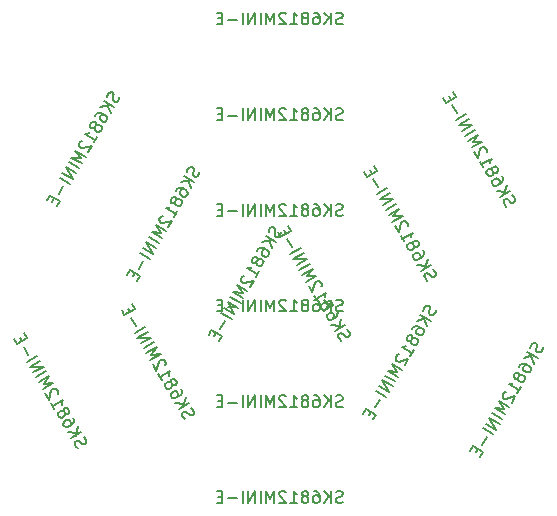
<source format=gbr>
%TF.GenerationSoftware,KiCad,Pcbnew,8.0.8*%
%TF.CreationDate,2025-04-07T13:38:17-04:00*%
%TF.ProjectId,pcb_tile_game_tile_ooo,7063625f-7469-46c6-955f-67616d655f74,1.0*%
%TF.SameCoordinates,Original*%
%TF.FileFunction,AssemblyDrawing,Bot*%
%FSLAX46Y46*%
G04 Gerber Fmt 4.6, Leading zero omitted, Abs format (unit mm)*
G04 Created by KiCad (PCBNEW 8.0.8) date 2025-04-07 13:38:17*
%MOMM*%
%LPD*%
G01*
G04 APERTURE LIST*
%ADD10C,0.150000*%
G04 APERTURE END LIST*
D10*
X145293332Y-87999104D02*
X145150475Y-88046723D01*
X145150475Y-88046723D02*
X144912380Y-88046723D01*
X144912380Y-88046723D02*
X144817142Y-87999104D01*
X144817142Y-87999104D02*
X144769523Y-87951484D01*
X144769523Y-87951484D02*
X144721904Y-87856246D01*
X144721904Y-87856246D02*
X144721904Y-87761008D01*
X144721904Y-87761008D02*
X144769523Y-87665770D01*
X144769523Y-87665770D02*
X144817142Y-87618151D01*
X144817142Y-87618151D02*
X144912380Y-87570532D01*
X144912380Y-87570532D02*
X145102856Y-87522913D01*
X145102856Y-87522913D02*
X145198094Y-87475294D01*
X145198094Y-87475294D02*
X145245713Y-87427675D01*
X145245713Y-87427675D02*
X145293332Y-87332437D01*
X145293332Y-87332437D02*
X145293332Y-87237199D01*
X145293332Y-87237199D02*
X145245713Y-87141961D01*
X145245713Y-87141961D02*
X145198094Y-87094342D01*
X145198094Y-87094342D02*
X145102856Y-87046723D01*
X145102856Y-87046723D02*
X144864761Y-87046723D01*
X144864761Y-87046723D02*
X144721904Y-87094342D01*
X144293332Y-88046723D02*
X144293332Y-87046723D01*
X143721904Y-88046723D02*
X144150475Y-87475294D01*
X143721904Y-87046723D02*
X144293332Y-87618151D01*
X142864761Y-87046723D02*
X143055237Y-87046723D01*
X143055237Y-87046723D02*
X143150475Y-87094342D01*
X143150475Y-87094342D02*
X143198094Y-87141961D01*
X143198094Y-87141961D02*
X143293332Y-87284818D01*
X143293332Y-87284818D02*
X143340951Y-87475294D01*
X143340951Y-87475294D02*
X143340951Y-87856246D01*
X143340951Y-87856246D02*
X143293332Y-87951484D01*
X143293332Y-87951484D02*
X143245713Y-87999104D01*
X143245713Y-87999104D02*
X143150475Y-88046723D01*
X143150475Y-88046723D02*
X142959999Y-88046723D01*
X142959999Y-88046723D02*
X142864761Y-87999104D01*
X142864761Y-87999104D02*
X142817142Y-87951484D01*
X142817142Y-87951484D02*
X142769523Y-87856246D01*
X142769523Y-87856246D02*
X142769523Y-87618151D01*
X142769523Y-87618151D02*
X142817142Y-87522913D01*
X142817142Y-87522913D02*
X142864761Y-87475294D01*
X142864761Y-87475294D02*
X142959999Y-87427675D01*
X142959999Y-87427675D02*
X143150475Y-87427675D01*
X143150475Y-87427675D02*
X143245713Y-87475294D01*
X143245713Y-87475294D02*
X143293332Y-87522913D01*
X143293332Y-87522913D02*
X143340951Y-87618151D01*
X142198094Y-87475294D02*
X142293332Y-87427675D01*
X142293332Y-87427675D02*
X142340951Y-87380056D01*
X142340951Y-87380056D02*
X142388570Y-87284818D01*
X142388570Y-87284818D02*
X142388570Y-87237199D01*
X142388570Y-87237199D02*
X142340951Y-87141961D01*
X142340951Y-87141961D02*
X142293332Y-87094342D01*
X142293332Y-87094342D02*
X142198094Y-87046723D01*
X142198094Y-87046723D02*
X142007618Y-87046723D01*
X142007618Y-87046723D02*
X141912380Y-87094342D01*
X141912380Y-87094342D02*
X141864761Y-87141961D01*
X141864761Y-87141961D02*
X141817142Y-87237199D01*
X141817142Y-87237199D02*
X141817142Y-87284818D01*
X141817142Y-87284818D02*
X141864761Y-87380056D01*
X141864761Y-87380056D02*
X141912380Y-87427675D01*
X141912380Y-87427675D02*
X142007618Y-87475294D01*
X142007618Y-87475294D02*
X142198094Y-87475294D01*
X142198094Y-87475294D02*
X142293332Y-87522913D01*
X142293332Y-87522913D02*
X142340951Y-87570532D01*
X142340951Y-87570532D02*
X142388570Y-87665770D01*
X142388570Y-87665770D02*
X142388570Y-87856246D01*
X142388570Y-87856246D02*
X142340951Y-87951484D01*
X142340951Y-87951484D02*
X142293332Y-87999104D01*
X142293332Y-87999104D02*
X142198094Y-88046723D01*
X142198094Y-88046723D02*
X142007618Y-88046723D01*
X142007618Y-88046723D02*
X141912380Y-87999104D01*
X141912380Y-87999104D02*
X141864761Y-87951484D01*
X141864761Y-87951484D02*
X141817142Y-87856246D01*
X141817142Y-87856246D02*
X141817142Y-87665770D01*
X141817142Y-87665770D02*
X141864761Y-87570532D01*
X141864761Y-87570532D02*
X141912380Y-87522913D01*
X141912380Y-87522913D02*
X142007618Y-87475294D01*
X140864761Y-88046723D02*
X141436189Y-88046723D01*
X141150475Y-88046723D02*
X141150475Y-87046723D01*
X141150475Y-87046723D02*
X141245713Y-87189580D01*
X141245713Y-87189580D02*
X141340951Y-87284818D01*
X141340951Y-87284818D02*
X141436189Y-87332437D01*
X140483808Y-87141961D02*
X140436189Y-87094342D01*
X140436189Y-87094342D02*
X140340951Y-87046723D01*
X140340951Y-87046723D02*
X140102856Y-87046723D01*
X140102856Y-87046723D02*
X140007618Y-87094342D01*
X140007618Y-87094342D02*
X139959999Y-87141961D01*
X139959999Y-87141961D02*
X139912380Y-87237199D01*
X139912380Y-87237199D02*
X139912380Y-87332437D01*
X139912380Y-87332437D02*
X139959999Y-87475294D01*
X139959999Y-87475294D02*
X140531427Y-88046723D01*
X140531427Y-88046723D02*
X139912380Y-88046723D01*
X139483808Y-88046723D02*
X139483808Y-87046723D01*
X139483808Y-87046723D02*
X139150475Y-87761008D01*
X139150475Y-87761008D02*
X138817142Y-87046723D01*
X138817142Y-87046723D02*
X138817142Y-88046723D01*
X138340951Y-88046723D02*
X138340951Y-87046723D01*
X137864761Y-88046723D02*
X137864761Y-87046723D01*
X137864761Y-87046723D02*
X137293333Y-88046723D01*
X137293333Y-88046723D02*
X137293333Y-87046723D01*
X136817142Y-88046723D02*
X136817142Y-87046723D01*
X136340952Y-87665770D02*
X135579048Y-87665770D01*
X135102857Y-87522913D02*
X134769524Y-87522913D01*
X134626667Y-88046723D02*
X135102857Y-88046723D01*
X135102857Y-88046723D02*
X135102857Y-87046723D01*
X135102857Y-87046723D02*
X134626667Y-87046723D01*
X145293332Y-79899104D02*
X145150475Y-79946723D01*
X145150475Y-79946723D02*
X144912380Y-79946723D01*
X144912380Y-79946723D02*
X144817142Y-79899104D01*
X144817142Y-79899104D02*
X144769523Y-79851484D01*
X144769523Y-79851484D02*
X144721904Y-79756246D01*
X144721904Y-79756246D02*
X144721904Y-79661008D01*
X144721904Y-79661008D02*
X144769523Y-79565770D01*
X144769523Y-79565770D02*
X144817142Y-79518151D01*
X144817142Y-79518151D02*
X144912380Y-79470532D01*
X144912380Y-79470532D02*
X145102856Y-79422913D01*
X145102856Y-79422913D02*
X145198094Y-79375294D01*
X145198094Y-79375294D02*
X145245713Y-79327675D01*
X145245713Y-79327675D02*
X145293332Y-79232437D01*
X145293332Y-79232437D02*
X145293332Y-79137199D01*
X145293332Y-79137199D02*
X145245713Y-79041961D01*
X145245713Y-79041961D02*
X145198094Y-78994342D01*
X145198094Y-78994342D02*
X145102856Y-78946723D01*
X145102856Y-78946723D02*
X144864761Y-78946723D01*
X144864761Y-78946723D02*
X144721904Y-78994342D01*
X144293332Y-79946723D02*
X144293332Y-78946723D01*
X143721904Y-79946723D02*
X144150475Y-79375294D01*
X143721904Y-78946723D02*
X144293332Y-79518151D01*
X142864761Y-78946723D02*
X143055237Y-78946723D01*
X143055237Y-78946723D02*
X143150475Y-78994342D01*
X143150475Y-78994342D02*
X143198094Y-79041961D01*
X143198094Y-79041961D02*
X143293332Y-79184818D01*
X143293332Y-79184818D02*
X143340951Y-79375294D01*
X143340951Y-79375294D02*
X143340951Y-79756246D01*
X143340951Y-79756246D02*
X143293332Y-79851484D01*
X143293332Y-79851484D02*
X143245713Y-79899104D01*
X143245713Y-79899104D02*
X143150475Y-79946723D01*
X143150475Y-79946723D02*
X142959999Y-79946723D01*
X142959999Y-79946723D02*
X142864761Y-79899104D01*
X142864761Y-79899104D02*
X142817142Y-79851484D01*
X142817142Y-79851484D02*
X142769523Y-79756246D01*
X142769523Y-79756246D02*
X142769523Y-79518151D01*
X142769523Y-79518151D02*
X142817142Y-79422913D01*
X142817142Y-79422913D02*
X142864761Y-79375294D01*
X142864761Y-79375294D02*
X142959999Y-79327675D01*
X142959999Y-79327675D02*
X143150475Y-79327675D01*
X143150475Y-79327675D02*
X143245713Y-79375294D01*
X143245713Y-79375294D02*
X143293332Y-79422913D01*
X143293332Y-79422913D02*
X143340951Y-79518151D01*
X142198094Y-79375294D02*
X142293332Y-79327675D01*
X142293332Y-79327675D02*
X142340951Y-79280056D01*
X142340951Y-79280056D02*
X142388570Y-79184818D01*
X142388570Y-79184818D02*
X142388570Y-79137199D01*
X142388570Y-79137199D02*
X142340951Y-79041961D01*
X142340951Y-79041961D02*
X142293332Y-78994342D01*
X142293332Y-78994342D02*
X142198094Y-78946723D01*
X142198094Y-78946723D02*
X142007618Y-78946723D01*
X142007618Y-78946723D02*
X141912380Y-78994342D01*
X141912380Y-78994342D02*
X141864761Y-79041961D01*
X141864761Y-79041961D02*
X141817142Y-79137199D01*
X141817142Y-79137199D02*
X141817142Y-79184818D01*
X141817142Y-79184818D02*
X141864761Y-79280056D01*
X141864761Y-79280056D02*
X141912380Y-79327675D01*
X141912380Y-79327675D02*
X142007618Y-79375294D01*
X142007618Y-79375294D02*
X142198094Y-79375294D01*
X142198094Y-79375294D02*
X142293332Y-79422913D01*
X142293332Y-79422913D02*
X142340951Y-79470532D01*
X142340951Y-79470532D02*
X142388570Y-79565770D01*
X142388570Y-79565770D02*
X142388570Y-79756246D01*
X142388570Y-79756246D02*
X142340951Y-79851484D01*
X142340951Y-79851484D02*
X142293332Y-79899104D01*
X142293332Y-79899104D02*
X142198094Y-79946723D01*
X142198094Y-79946723D02*
X142007618Y-79946723D01*
X142007618Y-79946723D02*
X141912380Y-79899104D01*
X141912380Y-79899104D02*
X141864761Y-79851484D01*
X141864761Y-79851484D02*
X141817142Y-79756246D01*
X141817142Y-79756246D02*
X141817142Y-79565770D01*
X141817142Y-79565770D02*
X141864761Y-79470532D01*
X141864761Y-79470532D02*
X141912380Y-79422913D01*
X141912380Y-79422913D02*
X142007618Y-79375294D01*
X140864761Y-79946723D02*
X141436189Y-79946723D01*
X141150475Y-79946723D02*
X141150475Y-78946723D01*
X141150475Y-78946723D02*
X141245713Y-79089580D01*
X141245713Y-79089580D02*
X141340951Y-79184818D01*
X141340951Y-79184818D02*
X141436189Y-79232437D01*
X140483808Y-79041961D02*
X140436189Y-78994342D01*
X140436189Y-78994342D02*
X140340951Y-78946723D01*
X140340951Y-78946723D02*
X140102856Y-78946723D01*
X140102856Y-78946723D02*
X140007618Y-78994342D01*
X140007618Y-78994342D02*
X139959999Y-79041961D01*
X139959999Y-79041961D02*
X139912380Y-79137199D01*
X139912380Y-79137199D02*
X139912380Y-79232437D01*
X139912380Y-79232437D02*
X139959999Y-79375294D01*
X139959999Y-79375294D02*
X140531427Y-79946723D01*
X140531427Y-79946723D02*
X139912380Y-79946723D01*
X139483808Y-79946723D02*
X139483808Y-78946723D01*
X139483808Y-78946723D02*
X139150475Y-79661008D01*
X139150475Y-79661008D02*
X138817142Y-78946723D01*
X138817142Y-78946723D02*
X138817142Y-79946723D01*
X138340951Y-79946723D02*
X138340951Y-78946723D01*
X137864761Y-79946723D02*
X137864761Y-78946723D01*
X137864761Y-78946723D02*
X137293333Y-79946723D01*
X137293333Y-79946723D02*
X137293333Y-78946723D01*
X136817142Y-79946723D02*
X136817142Y-78946723D01*
X136340952Y-79565770D02*
X135579048Y-79565770D01*
X135102857Y-79422913D02*
X134769524Y-79422913D01*
X134626667Y-79946723D02*
X135102857Y-79946723D01*
X135102857Y-79946723D02*
X135102857Y-78946723D01*
X135102857Y-78946723D02*
X134626667Y-78946723D01*
X133197170Y-76199799D02*
X133166981Y-76347326D01*
X133166981Y-76347326D02*
X133047934Y-76553523D01*
X133047934Y-76553523D02*
X132959075Y-76612192D01*
X132959075Y-76612192D02*
X132894026Y-76629622D01*
X132894026Y-76629622D02*
X132787738Y-76623242D01*
X132787738Y-76623242D02*
X132705260Y-76575623D01*
X132705260Y-76575623D02*
X132646591Y-76486764D01*
X132646591Y-76486764D02*
X132629161Y-76421716D01*
X132629161Y-76421716D02*
X132635541Y-76315428D01*
X132635541Y-76315428D02*
X132689539Y-76126661D01*
X132689539Y-76126661D02*
X132695919Y-76020373D01*
X132695919Y-76020373D02*
X132678489Y-75955324D01*
X132678489Y-75955324D02*
X132619820Y-75866465D01*
X132619820Y-75866465D02*
X132537342Y-75818846D01*
X132537342Y-75818846D02*
X132431053Y-75812467D01*
X132431053Y-75812467D02*
X132366005Y-75829896D01*
X132366005Y-75829896D02*
X132277146Y-75888566D01*
X132277146Y-75888566D02*
X132158099Y-76094762D01*
X132158099Y-76094762D02*
X132127909Y-76242290D01*
X132738410Y-77089634D02*
X131872384Y-76589634D01*
X132452695Y-77584505D02*
X132172109Y-76927637D01*
X131586670Y-77084505D02*
X132367256Y-76875348D01*
X131158099Y-77826813D02*
X131253337Y-77661856D01*
X131253337Y-77661856D02*
X131342195Y-77603187D01*
X131342195Y-77603187D02*
X131407244Y-77585757D01*
X131407244Y-77585757D02*
X131578581Y-77574707D01*
X131578581Y-77574707D02*
X131767348Y-77628706D01*
X131767348Y-77628706D02*
X132097262Y-77819182D01*
X132097262Y-77819182D02*
X132155931Y-77908040D01*
X132155931Y-77908040D02*
X132173361Y-77973089D01*
X132173361Y-77973089D02*
X132166981Y-78079377D01*
X132166981Y-78079377D02*
X132071743Y-78244334D01*
X132071743Y-78244334D02*
X131982885Y-78303003D01*
X131982885Y-78303003D02*
X131917836Y-78320433D01*
X131917836Y-78320433D02*
X131811548Y-78314053D01*
X131811548Y-78314053D02*
X131605351Y-78195006D01*
X131605351Y-78195006D02*
X131546682Y-78106147D01*
X131546682Y-78106147D02*
X131529252Y-78041099D01*
X131529252Y-78041099D02*
X131535632Y-77934810D01*
X131535632Y-77934810D02*
X131630870Y-77769853D01*
X131630870Y-77769853D02*
X131719729Y-77711184D01*
X131719729Y-77711184D02*
X131784777Y-77693754D01*
X131784777Y-77693754D02*
X131891066Y-77700134D01*
X131195919Y-78618449D02*
X131202299Y-78512161D01*
X131202299Y-78512161D02*
X131184869Y-78447112D01*
X131184869Y-78447112D02*
X131126200Y-78358254D01*
X131126200Y-78358254D02*
X131084961Y-78334444D01*
X131084961Y-78334444D02*
X130978672Y-78328064D01*
X130978672Y-78328064D02*
X130913624Y-78345494D01*
X130913624Y-78345494D02*
X130824765Y-78404163D01*
X130824765Y-78404163D02*
X130729527Y-78569120D01*
X130729527Y-78569120D02*
X130723147Y-78675409D01*
X130723147Y-78675409D02*
X130740577Y-78740457D01*
X130740577Y-78740457D02*
X130799246Y-78829316D01*
X130799246Y-78829316D02*
X130840486Y-78853125D01*
X130840486Y-78853125D02*
X130946774Y-78859505D01*
X130946774Y-78859505D02*
X131011823Y-78842075D01*
X131011823Y-78842075D02*
X131100681Y-78783406D01*
X131100681Y-78783406D02*
X131195919Y-78618449D01*
X131195919Y-78618449D02*
X131284777Y-78559780D01*
X131284777Y-78559780D02*
X131349826Y-78542350D01*
X131349826Y-78542350D02*
X131456114Y-78548730D01*
X131456114Y-78548730D02*
X131621072Y-78643968D01*
X131621072Y-78643968D02*
X131679741Y-78732826D01*
X131679741Y-78732826D02*
X131697170Y-78797875D01*
X131697170Y-78797875D02*
X131690791Y-78904163D01*
X131690791Y-78904163D02*
X131595553Y-79069120D01*
X131595553Y-79069120D02*
X131506694Y-79127790D01*
X131506694Y-79127790D02*
X131441645Y-79145219D01*
X131441645Y-79145219D02*
X131335357Y-79138840D01*
X131335357Y-79138840D02*
X131170400Y-79043601D01*
X131170400Y-79043601D02*
X131111731Y-78954743D01*
X131111731Y-78954743D02*
X131094301Y-78889694D01*
X131094301Y-78889694D02*
X131100681Y-78783406D01*
X131024124Y-80058864D02*
X131309838Y-79563992D01*
X131166981Y-79811428D02*
X130300956Y-79311428D01*
X130300956Y-79311428D02*
X130472293Y-79300378D01*
X130472293Y-79300378D02*
X130602390Y-79265518D01*
X130602390Y-79265518D02*
X130691249Y-79206849D01*
X130050101Y-79936397D02*
X129985052Y-79953827D01*
X129985052Y-79953827D02*
X129896194Y-80012496D01*
X129896194Y-80012496D02*
X129777146Y-80218693D01*
X129777146Y-80218693D02*
X129770766Y-80324981D01*
X129770766Y-80324981D02*
X129788196Y-80390030D01*
X129788196Y-80390030D02*
X129846865Y-80478888D01*
X129846865Y-80478888D02*
X129929344Y-80526507D01*
X129929344Y-80526507D02*
X130076871Y-80556696D01*
X130076871Y-80556696D02*
X130857457Y-80347539D01*
X130857457Y-80347539D02*
X130547933Y-80883650D01*
X130333648Y-81254804D02*
X129467622Y-80754804D01*
X129467622Y-80754804D02*
X129919545Y-81400622D01*
X129919545Y-81400622D02*
X129134289Y-81332154D01*
X129134289Y-81332154D02*
X130000314Y-81832154D01*
X129762219Y-82244547D02*
X128896194Y-81744547D01*
X129524124Y-82656940D02*
X128658099Y-82156940D01*
X128658099Y-82156940D02*
X129238410Y-83151811D01*
X129238410Y-83151811D02*
X128372385Y-82651811D01*
X129000315Y-83564204D02*
X128134289Y-83064204D01*
X128432305Y-83786121D02*
X128051353Y-84445950D01*
X127689540Y-84786914D02*
X127522873Y-85075589D01*
X127905077Y-85461212D02*
X128143172Y-85048819D01*
X128143172Y-85048819D02*
X127277147Y-84548819D01*
X127277147Y-84548819D02*
X127039052Y-84961212D01*
X152456642Y-85437401D02*
X152343974Y-85337493D01*
X152343974Y-85337493D02*
X152224927Y-85131296D01*
X152224927Y-85131296D02*
X152218547Y-85025008D01*
X152218547Y-85025008D02*
X152235977Y-84959959D01*
X152235977Y-84959959D02*
X152294646Y-84871101D01*
X152294646Y-84871101D02*
X152377125Y-84823482D01*
X152377125Y-84823482D02*
X152483413Y-84817102D01*
X152483413Y-84817102D02*
X152548462Y-84834532D01*
X152548462Y-84834532D02*
X152637320Y-84893201D01*
X152637320Y-84893201D02*
X152773797Y-85034349D01*
X152773797Y-85034349D02*
X152862656Y-85093018D01*
X152862656Y-85093018D02*
X152927704Y-85110448D01*
X152927704Y-85110448D02*
X153033993Y-85104068D01*
X153033993Y-85104068D02*
X153116471Y-85056449D01*
X153116471Y-85056449D02*
X153175140Y-84967590D01*
X153175140Y-84967590D02*
X153192570Y-84902542D01*
X153192570Y-84902542D02*
X153186190Y-84796254D01*
X153186190Y-84796254D02*
X153067143Y-84590057D01*
X153067143Y-84590057D02*
X152954475Y-84490149D01*
X151915403Y-84595185D02*
X152781428Y-84095185D01*
X151629689Y-84100314D02*
X152338846Y-84185753D01*
X152495714Y-83600314D02*
X152286557Y-84380900D01*
X152067143Y-82858006D02*
X152162381Y-83022963D01*
X152162381Y-83022963D02*
X152168761Y-83129251D01*
X152168761Y-83129251D02*
X152151331Y-83194300D01*
X152151331Y-83194300D02*
X152075232Y-83348207D01*
X152075232Y-83348207D02*
X151934084Y-83484685D01*
X151934084Y-83484685D02*
X151604170Y-83675161D01*
X151604170Y-83675161D02*
X151497882Y-83681541D01*
X151497882Y-83681541D02*
X151432833Y-83664111D01*
X151432833Y-83664111D02*
X151343974Y-83605442D01*
X151343974Y-83605442D02*
X151248736Y-83440485D01*
X151248736Y-83440485D02*
X151242357Y-83334197D01*
X151242357Y-83334197D02*
X151259786Y-83269148D01*
X151259786Y-83269148D02*
X151318455Y-83180289D01*
X151318455Y-83180289D02*
X151524652Y-83061242D01*
X151524652Y-83061242D02*
X151630940Y-83054862D01*
X151630940Y-83054862D02*
X151695989Y-83072292D01*
X151695989Y-83072292D02*
X151784847Y-83130961D01*
X151784847Y-83130961D02*
X151880085Y-83295918D01*
X151880085Y-83295918D02*
X151886465Y-83402206D01*
X151886465Y-83402206D02*
X151869035Y-83467255D01*
X151869035Y-83467255D02*
X151810366Y-83556113D01*
X151362656Y-82494942D02*
X151451514Y-82553611D01*
X151451514Y-82553611D02*
X151516563Y-82571040D01*
X151516563Y-82571040D02*
X151622851Y-82564661D01*
X151622851Y-82564661D02*
X151664090Y-82540851D01*
X151664090Y-82540851D02*
X151722759Y-82451993D01*
X151722759Y-82451993D02*
X151740189Y-82386944D01*
X151740189Y-82386944D02*
X151733809Y-82280656D01*
X151733809Y-82280656D02*
X151638571Y-82115699D01*
X151638571Y-82115699D02*
X151549713Y-82057030D01*
X151549713Y-82057030D02*
X151484664Y-82039600D01*
X151484664Y-82039600D02*
X151378376Y-82045979D01*
X151378376Y-82045979D02*
X151337137Y-82069789D01*
X151337137Y-82069789D02*
X151278468Y-82158647D01*
X151278468Y-82158647D02*
X151261038Y-82223696D01*
X151261038Y-82223696D02*
X151267418Y-82329984D01*
X151267418Y-82329984D02*
X151362656Y-82494942D01*
X151362656Y-82494942D02*
X151369035Y-82601230D01*
X151369035Y-82601230D02*
X151351606Y-82666278D01*
X151351606Y-82666278D02*
X151292936Y-82755137D01*
X151292936Y-82755137D02*
X151127979Y-82850375D01*
X151127979Y-82850375D02*
X151021691Y-82856755D01*
X151021691Y-82856755D02*
X150956642Y-82839325D01*
X150956642Y-82839325D02*
X150867784Y-82780656D01*
X150867784Y-82780656D02*
X150772546Y-82615699D01*
X150772546Y-82615699D02*
X150766166Y-82509410D01*
X150766166Y-82509410D02*
X150783596Y-82444362D01*
X150783596Y-82444362D02*
X150842265Y-82355503D01*
X150842265Y-82355503D02*
X151007222Y-82260265D01*
X151007222Y-82260265D02*
X151113510Y-82253885D01*
X151113510Y-82253885D02*
X151178559Y-82271315D01*
X151178559Y-82271315D02*
X151267418Y-82329984D01*
X150201117Y-81625955D02*
X150486832Y-82120827D01*
X150343974Y-81873391D02*
X151210000Y-81373391D01*
X151210000Y-81373391D02*
X151133901Y-81527298D01*
X151133901Y-81527298D02*
X151099041Y-81657396D01*
X151099041Y-81657396D02*
X151105421Y-81763684D01*
X150794188Y-80843660D02*
X150811618Y-80778611D01*
X150811618Y-80778611D02*
X150805238Y-80672323D01*
X150805238Y-80672323D02*
X150686190Y-80466126D01*
X150686190Y-80466126D02*
X150597332Y-80407457D01*
X150597332Y-80407457D02*
X150532283Y-80390027D01*
X150532283Y-80390027D02*
X150425995Y-80396407D01*
X150425995Y-80396407D02*
X150343516Y-80444026D01*
X150343516Y-80444026D02*
X150243608Y-80556694D01*
X150243608Y-80556694D02*
X150034451Y-81337280D01*
X150034451Y-81337280D02*
X149724927Y-80801169D01*
X149510641Y-80430015D02*
X150376666Y-79930015D01*
X150376666Y-79930015D02*
X149591410Y-79998483D01*
X149591410Y-79998483D02*
X150043333Y-79352665D01*
X150043333Y-79352665D02*
X149177308Y-79852665D01*
X148939213Y-79440272D02*
X149805238Y-78940272D01*
X148701118Y-79027879D02*
X149567143Y-78527879D01*
X149567143Y-78527879D02*
X148415403Y-78533008D01*
X148415403Y-78533008D02*
X149281429Y-78033008D01*
X148177308Y-78120615D02*
X149043333Y-77620615D01*
X148269127Y-77517746D02*
X147888175Y-76857917D01*
X147773798Y-76374096D02*
X147607131Y-76085421D01*
X147082070Y-76223607D02*
X147320166Y-76636000D01*
X147320166Y-76636000D02*
X148186191Y-76136000D01*
X148186191Y-76136000D02*
X147948096Y-75723607D01*
X122857123Y-99616687D02*
X122744455Y-99516779D01*
X122744455Y-99516779D02*
X122625408Y-99310582D01*
X122625408Y-99310582D02*
X122619028Y-99204294D01*
X122619028Y-99204294D02*
X122636458Y-99139245D01*
X122636458Y-99139245D02*
X122695127Y-99050387D01*
X122695127Y-99050387D02*
X122777606Y-99002768D01*
X122777606Y-99002768D02*
X122883894Y-98996388D01*
X122883894Y-98996388D02*
X122948943Y-99013818D01*
X122948943Y-99013818D02*
X123037801Y-99072487D01*
X123037801Y-99072487D02*
X123174278Y-99213635D01*
X123174278Y-99213635D02*
X123263137Y-99272304D01*
X123263137Y-99272304D02*
X123328185Y-99289734D01*
X123328185Y-99289734D02*
X123434474Y-99283354D01*
X123434474Y-99283354D02*
X123516952Y-99235735D01*
X123516952Y-99235735D02*
X123575621Y-99146876D01*
X123575621Y-99146876D02*
X123593051Y-99081828D01*
X123593051Y-99081828D02*
X123586671Y-98975540D01*
X123586671Y-98975540D02*
X123467624Y-98769343D01*
X123467624Y-98769343D02*
X123354956Y-98669435D01*
X122315884Y-98774471D02*
X123181909Y-98274471D01*
X122030170Y-98279600D02*
X122739327Y-98365039D01*
X122896195Y-97779600D02*
X122687038Y-98560186D01*
X122467624Y-97037292D02*
X122562862Y-97202249D01*
X122562862Y-97202249D02*
X122569242Y-97308537D01*
X122569242Y-97308537D02*
X122551812Y-97373586D01*
X122551812Y-97373586D02*
X122475713Y-97527493D01*
X122475713Y-97527493D02*
X122334565Y-97663971D01*
X122334565Y-97663971D02*
X122004651Y-97854447D01*
X122004651Y-97854447D02*
X121898363Y-97860827D01*
X121898363Y-97860827D02*
X121833314Y-97843397D01*
X121833314Y-97843397D02*
X121744455Y-97784728D01*
X121744455Y-97784728D02*
X121649217Y-97619771D01*
X121649217Y-97619771D02*
X121642838Y-97513483D01*
X121642838Y-97513483D02*
X121660267Y-97448434D01*
X121660267Y-97448434D02*
X121718936Y-97359575D01*
X121718936Y-97359575D02*
X121925133Y-97240528D01*
X121925133Y-97240528D02*
X122031421Y-97234148D01*
X122031421Y-97234148D02*
X122096470Y-97251578D01*
X122096470Y-97251578D02*
X122185328Y-97310247D01*
X122185328Y-97310247D02*
X122280566Y-97475204D01*
X122280566Y-97475204D02*
X122286946Y-97581492D01*
X122286946Y-97581492D02*
X122269516Y-97646541D01*
X122269516Y-97646541D02*
X122210847Y-97735399D01*
X121763137Y-96674228D02*
X121851995Y-96732897D01*
X121851995Y-96732897D02*
X121917044Y-96750326D01*
X121917044Y-96750326D02*
X122023332Y-96743947D01*
X122023332Y-96743947D02*
X122064571Y-96720137D01*
X122064571Y-96720137D02*
X122123240Y-96631279D01*
X122123240Y-96631279D02*
X122140670Y-96566230D01*
X122140670Y-96566230D02*
X122134290Y-96459942D01*
X122134290Y-96459942D02*
X122039052Y-96294985D01*
X122039052Y-96294985D02*
X121950194Y-96236316D01*
X121950194Y-96236316D02*
X121885145Y-96218886D01*
X121885145Y-96218886D02*
X121778857Y-96225265D01*
X121778857Y-96225265D02*
X121737618Y-96249075D01*
X121737618Y-96249075D02*
X121678949Y-96337933D01*
X121678949Y-96337933D02*
X121661519Y-96402982D01*
X121661519Y-96402982D02*
X121667899Y-96509270D01*
X121667899Y-96509270D02*
X121763137Y-96674228D01*
X121763137Y-96674228D02*
X121769516Y-96780516D01*
X121769516Y-96780516D02*
X121752087Y-96845564D01*
X121752087Y-96845564D02*
X121693417Y-96934423D01*
X121693417Y-96934423D02*
X121528460Y-97029661D01*
X121528460Y-97029661D02*
X121422172Y-97036041D01*
X121422172Y-97036041D02*
X121357123Y-97018611D01*
X121357123Y-97018611D02*
X121268265Y-96959942D01*
X121268265Y-96959942D02*
X121173027Y-96794985D01*
X121173027Y-96794985D02*
X121166647Y-96688696D01*
X121166647Y-96688696D02*
X121184077Y-96623648D01*
X121184077Y-96623648D02*
X121242746Y-96534789D01*
X121242746Y-96534789D02*
X121407703Y-96439551D01*
X121407703Y-96439551D02*
X121513991Y-96433171D01*
X121513991Y-96433171D02*
X121579040Y-96450601D01*
X121579040Y-96450601D02*
X121667899Y-96509270D01*
X120601598Y-95805241D02*
X120887313Y-96300113D01*
X120744455Y-96052677D02*
X121610481Y-95552677D01*
X121610481Y-95552677D02*
X121534382Y-95706584D01*
X121534382Y-95706584D02*
X121499522Y-95836682D01*
X121499522Y-95836682D02*
X121505902Y-95942970D01*
X121194669Y-95022946D02*
X121212099Y-94957897D01*
X121212099Y-94957897D02*
X121205719Y-94851609D01*
X121205719Y-94851609D02*
X121086671Y-94645412D01*
X121086671Y-94645412D02*
X120997813Y-94586743D01*
X120997813Y-94586743D02*
X120932764Y-94569313D01*
X120932764Y-94569313D02*
X120826476Y-94575693D01*
X120826476Y-94575693D02*
X120743997Y-94623312D01*
X120743997Y-94623312D02*
X120644089Y-94735980D01*
X120644089Y-94735980D02*
X120434932Y-95516566D01*
X120434932Y-95516566D02*
X120125408Y-94980455D01*
X119911122Y-94609301D02*
X120777147Y-94109301D01*
X120777147Y-94109301D02*
X119991891Y-94177769D01*
X119991891Y-94177769D02*
X120443814Y-93531951D01*
X120443814Y-93531951D02*
X119577789Y-94031951D01*
X119339694Y-93619558D02*
X120205719Y-93119558D01*
X119101599Y-93207165D02*
X119967624Y-92707165D01*
X119967624Y-92707165D02*
X118815884Y-92712294D01*
X118815884Y-92712294D02*
X119681910Y-92212294D01*
X118577789Y-92299901D02*
X119443814Y-91799901D01*
X118669608Y-91697032D02*
X118288656Y-91037203D01*
X118174279Y-90553382D02*
X118007612Y-90264707D01*
X117482551Y-90402893D02*
X117720647Y-90815286D01*
X117720647Y-90815286D02*
X118586672Y-90315286D01*
X118586672Y-90315286D02*
X118348577Y-89902893D01*
X145293332Y-71799104D02*
X145150475Y-71846723D01*
X145150475Y-71846723D02*
X144912380Y-71846723D01*
X144912380Y-71846723D02*
X144817142Y-71799104D01*
X144817142Y-71799104D02*
X144769523Y-71751484D01*
X144769523Y-71751484D02*
X144721904Y-71656246D01*
X144721904Y-71656246D02*
X144721904Y-71561008D01*
X144721904Y-71561008D02*
X144769523Y-71465770D01*
X144769523Y-71465770D02*
X144817142Y-71418151D01*
X144817142Y-71418151D02*
X144912380Y-71370532D01*
X144912380Y-71370532D02*
X145102856Y-71322913D01*
X145102856Y-71322913D02*
X145198094Y-71275294D01*
X145198094Y-71275294D02*
X145245713Y-71227675D01*
X145245713Y-71227675D02*
X145293332Y-71132437D01*
X145293332Y-71132437D02*
X145293332Y-71037199D01*
X145293332Y-71037199D02*
X145245713Y-70941961D01*
X145245713Y-70941961D02*
X145198094Y-70894342D01*
X145198094Y-70894342D02*
X145102856Y-70846723D01*
X145102856Y-70846723D02*
X144864761Y-70846723D01*
X144864761Y-70846723D02*
X144721904Y-70894342D01*
X144293332Y-71846723D02*
X144293332Y-70846723D01*
X143721904Y-71846723D02*
X144150475Y-71275294D01*
X143721904Y-70846723D02*
X144293332Y-71418151D01*
X142864761Y-70846723D02*
X143055237Y-70846723D01*
X143055237Y-70846723D02*
X143150475Y-70894342D01*
X143150475Y-70894342D02*
X143198094Y-70941961D01*
X143198094Y-70941961D02*
X143293332Y-71084818D01*
X143293332Y-71084818D02*
X143340951Y-71275294D01*
X143340951Y-71275294D02*
X143340951Y-71656246D01*
X143340951Y-71656246D02*
X143293332Y-71751484D01*
X143293332Y-71751484D02*
X143245713Y-71799104D01*
X143245713Y-71799104D02*
X143150475Y-71846723D01*
X143150475Y-71846723D02*
X142959999Y-71846723D01*
X142959999Y-71846723D02*
X142864761Y-71799104D01*
X142864761Y-71799104D02*
X142817142Y-71751484D01*
X142817142Y-71751484D02*
X142769523Y-71656246D01*
X142769523Y-71656246D02*
X142769523Y-71418151D01*
X142769523Y-71418151D02*
X142817142Y-71322913D01*
X142817142Y-71322913D02*
X142864761Y-71275294D01*
X142864761Y-71275294D02*
X142959999Y-71227675D01*
X142959999Y-71227675D02*
X143150475Y-71227675D01*
X143150475Y-71227675D02*
X143245713Y-71275294D01*
X143245713Y-71275294D02*
X143293332Y-71322913D01*
X143293332Y-71322913D02*
X143340951Y-71418151D01*
X142198094Y-71275294D02*
X142293332Y-71227675D01*
X142293332Y-71227675D02*
X142340951Y-71180056D01*
X142340951Y-71180056D02*
X142388570Y-71084818D01*
X142388570Y-71084818D02*
X142388570Y-71037199D01*
X142388570Y-71037199D02*
X142340951Y-70941961D01*
X142340951Y-70941961D02*
X142293332Y-70894342D01*
X142293332Y-70894342D02*
X142198094Y-70846723D01*
X142198094Y-70846723D02*
X142007618Y-70846723D01*
X142007618Y-70846723D02*
X141912380Y-70894342D01*
X141912380Y-70894342D02*
X141864761Y-70941961D01*
X141864761Y-70941961D02*
X141817142Y-71037199D01*
X141817142Y-71037199D02*
X141817142Y-71084818D01*
X141817142Y-71084818D02*
X141864761Y-71180056D01*
X141864761Y-71180056D02*
X141912380Y-71227675D01*
X141912380Y-71227675D02*
X142007618Y-71275294D01*
X142007618Y-71275294D02*
X142198094Y-71275294D01*
X142198094Y-71275294D02*
X142293332Y-71322913D01*
X142293332Y-71322913D02*
X142340951Y-71370532D01*
X142340951Y-71370532D02*
X142388570Y-71465770D01*
X142388570Y-71465770D02*
X142388570Y-71656246D01*
X142388570Y-71656246D02*
X142340951Y-71751484D01*
X142340951Y-71751484D02*
X142293332Y-71799104D01*
X142293332Y-71799104D02*
X142198094Y-71846723D01*
X142198094Y-71846723D02*
X142007618Y-71846723D01*
X142007618Y-71846723D02*
X141912380Y-71799104D01*
X141912380Y-71799104D02*
X141864761Y-71751484D01*
X141864761Y-71751484D02*
X141817142Y-71656246D01*
X141817142Y-71656246D02*
X141817142Y-71465770D01*
X141817142Y-71465770D02*
X141864761Y-71370532D01*
X141864761Y-71370532D02*
X141912380Y-71322913D01*
X141912380Y-71322913D02*
X142007618Y-71275294D01*
X140864761Y-71846723D02*
X141436189Y-71846723D01*
X141150475Y-71846723D02*
X141150475Y-70846723D01*
X141150475Y-70846723D02*
X141245713Y-70989580D01*
X141245713Y-70989580D02*
X141340951Y-71084818D01*
X141340951Y-71084818D02*
X141436189Y-71132437D01*
X140483808Y-70941961D02*
X140436189Y-70894342D01*
X140436189Y-70894342D02*
X140340951Y-70846723D01*
X140340951Y-70846723D02*
X140102856Y-70846723D01*
X140102856Y-70846723D02*
X140007618Y-70894342D01*
X140007618Y-70894342D02*
X139959999Y-70941961D01*
X139959999Y-70941961D02*
X139912380Y-71037199D01*
X139912380Y-71037199D02*
X139912380Y-71132437D01*
X139912380Y-71132437D02*
X139959999Y-71275294D01*
X139959999Y-71275294D02*
X140531427Y-71846723D01*
X140531427Y-71846723D02*
X139912380Y-71846723D01*
X139483808Y-71846723D02*
X139483808Y-70846723D01*
X139483808Y-70846723D02*
X139150475Y-71561008D01*
X139150475Y-71561008D02*
X138817142Y-70846723D01*
X138817142Y-70846723D02*
X138817142Y-71846723D01*
X138340951Y-71846723D02*
X138340951Y-70846723D01*
X137864761Y-71846723D02*
X137864761Y-70846723D01*
X137864761Y-70846723D02*
X137293333Y-71846723D01*
X137293333Y-71846723D02*
X137293333Y-70846723D01*
X136817142Y-71846723D02*
X136817142Y-70846723D01*
X136340952Y-71465770D02*
X135579048Y-71465770D01*
X135102857Y-71322913D02*
X134769524Y-71322913D01*
X134626667Y-71846723D02*
X135102857Y-71846723D01*
X135102857Y-71846723D02*
X135102857Y-70846723D01*
X135102857Y-70846723D02*
X134626667Y-70846723D01*
X145293332Y-96099104D02*
X145150475Y-96146723D01*
X145150475Y-96146723D02*
X144912380Y-96146723D01*
X144912380Y-96146723D02*
X144817142Y-96099104D01*
X144817142Y-96099104D02*
X144769523Y-96051484D01*
X144769523Y-96051484D02*
X144721904Y-95956246D01*
X144721904Y-95956246D02*
X144721904Y-95861008D01*
X144721904Y-95861008D02*
X144769523Y-95765770D01*
X144769523Y-95765770D02*
X144817142Y-95718151D01*
X144817142Y-95718151D02*
X144912380Y-95670532D01*
X144912380Y-95670532D02*
X145102856Y-95622913D01*
X145102856Y-95622913D02*
X145198094Y-95575294D01*
X145198094Y-95575294D02*
X145245713Y-95527675D01*
X145245713Y-95527675D02*
X145293332Y-95432437D01*
X145293332Y-95432437D02*
X145293332Y-95337199D01*
X145293332Y-95337199D02*
X145245713Y-95241961D01*
X145245713Y-95241961D02*
X145198094Y-95194342D01*
X145198094Y-95194342D02*
X145102856Y-95146723D01*
X145102856Y-95146723D02*
X144864761Y-95146723D01*
X144864761Y-95146723D02*
X144721904Y-95194342D01*
X144293332Y-96146723D02*
X144293332Y-95146723D01*
X143721904Y-96146723D02*
X144150475Y-95575294D01*
X143721904Y-95146723D02*
X144293332Y-95718151D01*
X142864761Y-95146723D02*
X143055237Y-95146723D01*
X143055237Y-95146723D02*
X143150475Y-95194342D01*
X143150475Y-95194342D02*
X143198094Y-95241961D01*
X143198094Y-95241961D02*
X143293332Y-95384818D01*
X143293332Y-95384818D02*
X143340951Y-95575294D01*
X143340951Y-95575294D02*
X143340951Y-95956246D01*
X143340951Y-95956246D02*
X143293332Y-96051484D01*
X143293332Y-96051484D02*
X143245713Y-96099104D01*
X143245713Y-96099104D02*
X143150475Y-96146723D01*
X143150475Y-96146723D02*
X142959999Y-96146723D01*
X142959999Y-96146723D02*
X142864761Y-96099104D01*
X142864761Y-96099104D02*
X142817142Y-96051484D01*
X142817142Y-96051484D02*
X142769523Y-95956246D01*
X142769523Y-95956246D02*
X142769523Y-95718151D01*
X142769523Y-95718151D02*
X142817142Y-95622913D01*
X142817142Y-95622913D02*
X142864761Y-95575294D01*
X142864761Y-95575294D02*
X142959999Y-95527675D01*
X142959999Y-95527675D02*
X143150475Y-95527675D01*
X143150475Y-95527675D02*
X143245713Y-95575294D01*
X143245713Y-95575294D02*
X143293332Y-95622913D01*
X143293332Y-95622913D02*
X143340951Y-95718151D01*
X142198094Y-95575294D02*
X142293332Y-95527675D01*
X142293332Y-95527675D02*
X142340951Y-95480056D01*
X142340951Y-95480056D02*
X142388570Y-95384818D01*
X142388570Y-95384818D02*
X142388570Y-95337199D01*
X142388570Y-95337199D02*
X142340951Y-95241961D01*
X142340951Y-95241961D02*
X142293332Y-95194342D01*
X142293332Y-95194342D02*
X142198094Y-95146723D01*
X142198094Y-95146723D02*
X142007618Y-95146723D01*
X142007618Y-95146723D02*
X141912380Y-95194342D01*
X141912380Y-95194342D02*
X141864761Y-95241961D01*
X141864761Y-95241961D02*
X141817142Y-95337199D01*
X141817142Y-95337199D02*
X141817142Y-95384818D01*
X141817142Y-95384818D02*
X141864761Y-95480056D01*
X141864761Y-95480056D02*
X141912380Y-95527675D01*
X141912380Y-95527675D02*
X142007618Y-95575294D01*
X142007618Y-95575294D02*
X142198094Y-95575294D01*
X142198094Y-95575294D02*
X142293332Y-95622913D01*
X142293332Y-95622913D02*
X142340951Y-95670532D01*
X142340951Y-95670532D02*
X142388570Y-95765770D01*
X142388570Y-95765770D02*
X142388570Y-95956246D01*
X142388570Y-95956246D02*
X142340951Y-96051484D01*
X142340951Y-96051484D02*
X142293332Y-96099104D01*
X142293332Y-96099104D02*
X142198094Y-96146723D01*
X142198094Y-96146723D02*
X142007618Y-96146723D01*
X142007618Y-96146723D02*
X141912380Y-96099104D01*
X141912380Y-96099104D02*
X141864761Y-96051484D01*
X141864761Y-96051484D02*
X141817142Y-95956246D01*
X141817142Y-95956246D02*
X141817142Y-95765770D01*
X141817142Y-95765770D02*
X141864761Y-95670532D01*
X141864761Y-95670532D02*
X141912380Y-95622913D01*
X141912380Y-95622913D02*
X142007618Y-95575294D01*
X140864761Y-96146723D02*
X141436189Y-96146723D01*
X141150475Y-96146723D02*
X141150475Y-95146723D01*
X141150475Y-95146723D02*
X141245713Y-95289580D01*
X141245713Y-95289580D02*
X141340951Y-95384818D01*
X141340951Y-95384818D02*
X141436189Y-95432437D01*
X140483808Y-95241961D02*
X140436189Y-95194342D01*
X140436189Y-95194342D02*
X140340951Y-95146723D01*
X140340951Y-95146723D02*
X140102856Y-95146723D01*
X140102856Y-95146723D02*
X140007618Y-95194342D01*
X140007618Y-95194342D02*
X139959999Y-95241961D01*
X139959999Y-95241961D02*
X139912380Y-95337199D01*
X139912380Y-95337199D02*
X139912380Y-95432437D01*
X139912380Y-95432437D02*
X139959999Y-95575294D01*
X139959999Y-95575294D02*
X140531427Y-96146723D01*
X140531427Y-96146723D02*
X139912380Y-96146723D01*
X139483808Y-96146723D02*
X139483808Y-95146723D01*
X139483808Y-95146723D02*
X139150475Y-95861008D01*
X139150475Y-95861008D02*
X138817142Y-95146723D01*
X138817142Y-95146723D02*
X138817142Y-96146723D01*
X138340951Y-96146723D02*
X138340951Y-95146723D01*
X137864761Y-96146723D02*
X137864761Y-95146723D01*
X137864761Y-95146723D02*
X137293333Y-96146723D01*
X137293333Y-96146723D02*
X137293333Y-95146723D01*
X136817142Y-96146723D02*
X136817142Y-95146723D01*
X136340952Y-95765770D02*
X135579048Y-95765770D01*
X135102857Y-95622913D02*
X134769524Y-95622913D01*
X134626667Y-96146723D02*
X135102857Y-96146723D01*
X135102857Y-96146723D02*
X135102857Y-95146723D01*
X135102857Y-95146723D02*
X134626667Y-95146723D01*
X159156162Y-79166687D02*
X159043494Y-79066779D01*
X159043494Y-79066779D02*
X158924447Y-78860582D01*
X158924447Y-78860582D02*
X158918067Y-78754294D01*
X158918067Y-78754294D02*
X158935497Y-78689245D01*
X158935497Y-78689245D02*
X158994166Y-78600387D01*
X158994166Y-78600387D02*
X159076645Y-78552768D01*
X159076645Y-78552768D02*
X159182933Y-78546388D01*
X159182933Y-78546388D02*
X159247982Y-78563818D01*
X159247982Y-78563818D02*
X159336840Y-78622487D01*
X159336840Y-78622487D02*
X159473317Y-78763635D01*
X159473317Y-78763635D02*
X159562176Y-78822304D01*
X159562176Y-78822304D02*
X159627224Y-78839734D01*
X159627224Y-78839734D02*
X159733513Y-78833354D01*
X159733513Y-78833354D02*
X159815991Y-78785735D01*
X159815991Y-78785735D02*
X159874660Y-78696876D01*
X159874660Y-78696876D02*
X159892090Y-78631828D01*
X159892090Y-78631828D02*
X159885710Y-78525540D01*
X159885710Y-78525540D02*
X159766663Y-78319343D01*
X159766663Y-78319343D02*
X159653995Y-78219435D01*
X158614923Y-78324471D02*
X159480948Y-77824471D01*
X158329209Y-77829600D02*
X159038366Y-77915039D01*
X159195234Y-77329600D02*
X158986077Y-78110186D01*
X158766663Y-76587292D02*
X158861901Y-76752249D01*
X158861901Y-76752249D02*
X158868281Y-76858537D01*
X158868281Y-76858537D02*
X158850851Y-76923586D01*
X158850851Y-76923586D02*
X158774752Y-77077493D01*
X158774752Y-77077493D02*
X158633604Y-77213971D01*
X158633604Y-77213971D02*
X158303690Y-77404447D01*
X158303690Y-77404447D02*
X158197402Y-77410827D01*
X158197402Y-77410827D02*
X158132353Y-77393397D01*
X158132353Y-77393397D02*
X158043494Y-77334728D01*
X158043494Y-77334728D02*
X157948256Y-77169771D01*
X157948256Y-77169771D02*
X157941877Y-77063483D01*
X157941877Y-77063483D02*
X157959306Y-76998434D01*
X157959306Y-76998434D02*
X158017975Y-76909575D01*
X158017975Y-76909575D02*
X158224172Y-76790528D01*
X158224172Y-76790528D02*
X158330460Y-76784148D01*
X158330460Y-76784148D02*
X158395509Y-76801578D01*
X158395509Y-76801578D02*
X158484367Y-76860247D01*
X158484367Y-76860247D02*
X158579605Y-77025204D01*
X158579605Y-77025204D02*
X158585985Y-77131492D01*
X158585985Y-77131492D02*
X158568555Y-77196541D01*
X158568555Y-77196541D02*
X158509886Y-77285399D01*
X158062176Y-76224228D02*
X158151034Y-76282897D01*
X158151034Y-76282897D02*
X158216083Y-76300326D01*
X158216083Y-76300326D02*
X158322371Y-76293947D01*
X158322371Y-76293947D02*
X158363610Y-76270137D01*
X158363610Y-76270137D02*
X158422279Y-76181279D01*
X158422279Y-76181279D02*
X158439709Y-76116230D01*
X158439709Y-76116230D02*
X158433329Y-76009942D01*
X158433329Y-76009942D02*
X158338091Y-75844985D01*
X158338091Y-75844985D02*
X158249233Y-75786316D01*
X158249233Y-75786316D02*
X158184184Y-75768886D01*
X158184184Y-75768886D02*
X158077896Y-75775265D01*
X158077896Y-75775265D02*
X158036657Y-75799075D01*
X158036657Y-75799075D02*
X157977988Y-75887933D01*
X157977988Y-75887933D02*
X157960558Y-75952982D01*
X157960558Y-75952982D02*
X157966938Y-76059270D01*
X157966938Y-76059270D02*
X158062176Y-76224228D01*
X158062176Y-76224228D02*
X158068555Y-76330516D01*
X158068555Y-76330516D02*
X158051126Y-76395564D01*
X158051126Y-76395564D02*
X157992456Y-76484423D01*
X157992456Y-76484423D02*
X157827499Y-76579661D01*
X157827499Y-76579661D02*
X157721211Y-76586041D01*
X157721211Y-76586041D02*
X157656162Y-76568611D01*
X157656162Y-76568611D02*
X157567304Y-76509942D01*
X157567304Y-76509942D02*
X157472066Y-76344985D01*
X157472066Y-76344985D02*
X157465686Y-76238696D01*
X157465686Y-76238696D02*
X157483116Y-76173648D01*
X157483116Y-76173648D02*
X157541785Y-76084789D01*
X157541785Y-76084789D02*
X157706742Y-75989551D01*
X157706742Y-75989551D02*
X157813030Y-75983171D01*
X157813030Y-75983171D02*
X157878079Y-76000601D01*
X157878079Y-76000601D02*
X157966938Y-76059270D01*
X156900637Y-75355241D02*
X157186352Y-75850113D01*
X157043494Y-75602677D02*
X157909520Y-75102677D01*
X157909520Y-75102677D02*
X157833421Y-75256584D01*
X157833421Y-75256584D02*
X157798561Y-75386682D01*
X157798561Y-75386682D02*
X157804941Y-75492970D01*
X157493708Y-74572946D02*
X157511138Y-74507897D01*
X157511138Y-74507897D02*
X157504758Y-74401609D01*
X157504758Y-74401609D02*
X157385710Y-74195412D01*
X157385710Y-74195412D02*
X157296852Y-74136743D01*
X157296852Y-74136743D02*
X157231803Y-74119313D01*
X157231803Y-74119313D02*
X157125515Y-74125693D01*
X157125515Y-74125693D02*
X157043036Y-74173312D01*
X157043036Y-74173312D02*
X156943128Y-74285980D01*
X156943128Y-74285980D02*
X156733971Y-75066566D01*
X156733971Y-75066566D02*
X156424447Y-74530455D01*
X156210161Y-74159301D02*
X157076186Y-73659301D01*
X157076186Y-73659301D02*
X156290930Y-73727769D01*
X156290930Y-73727769D02*
X156742853Y-73081951D01*
X156742853Y-73081951D02*
X155876828Y-73581951D01*
X155638733Y-73169558D02*
X156504758Y-72669558D01*
X155400638Y-72757165D02*
X156266663Y-72257165D01*
X156266663Y-72257165D02*
X155114923Y-72262294D01*
X155114923Y-72262294D02*
X155980949Y-71762294D01*
X154876828Y-71849901D02*
X155742853Y-71349901D01*
X154968647Y-71247032D02*
X154587695Y-70587203D01*
X154473318Y-70103382D02*
X154306651Y-69814707D01*
X153781590Y-69952893D02*
X154019686Y-70365286D01*
X154019686Y-70365286D02*
X154885711Y-69865286D01*
X154885711Y-69865286D02*
X154647616Y-69452893D01*
X145293332Y-63699104D02*
X145150475Y-63746723D01*
X145150475Y-63746723D02*
X144912380Y-63746723D01*
X144912380Y-63746723D02*
X144817142Y-63699104D01*
X144817142Y-63699104D02*
X144769523Y-63651484D01*
X144769523Y-63651484D02*
X144721904Y-63556246D01*
X144721904Y-63556246D02*
X144721904Y-63461008D01*
X144721904Y-63461008D02*
X144769523Y-63365770D01*
X144769523Y-63365770D02*
X144817142Y-63318151D01*
X144817142Y-63318151D02*
X144912380Y-63270532D01*
X144912380Y-63270532D02*
X145102856Y-63222913D01*
X145102856Y-63222913D02*
X145198094Y-63175294D01*
X145198094Y-63175294D02*
X145245713Y-63127675D01*
X145245713Y-63127675D02*
X145293332Y-63032437D01*
X145293332Y-63032437D02*
X145293332Y-62937199D01*
X145293332Y-62937199D02*
X145245713Y-62841961D01*
X145245713Y-62841961D02*
X145198094Y-62794342D01*
X145198094Y-62794342D02*
X145102856Y-62746723D01*
X145102856Y-62746723D02*
X144864761Y-62746723D01*
X144864761Y-62746723D02*
X144721904Y-62794342D01*
X144293332Y-63746723D02*
X144293332Y-62746723D01*
X143721904Y-63746723D02*
X144150475Y-63175294D01*
X143721904Y-62746723D02*
X144293332Y-63318151D01*
X142864761Y-62746723D02*
X143055237Y-62746723D01*
X143055237Y-62746723D02*
X143150475Y-62794342D01*
X143150475Y-62794342D02*
X143198094Y-62841961D01*
X143198094Y-62841961D02*
X143293332Y-62984818D01*
X143293332Y-62984818D02*
X143340951Y-63175294D01*
X143340951Y-63175294D02*
X143340951Y-63556246D01*
X143340951Y-63556246D02*
X143293332Y-63651484D01*
X143293332Y-63651484D02*
X143245713Y-63699104D01*
X143245713Y-63699104D02*
X143150475Y-63746723D01*
X143150475Y-63746723D02*
X142959999Y-63746723D01*
X142959999Y-63746723D02*
X142864761Y-63699104D01*
X142864761Y-63699104D02*
X142817142Y-63651484D01*
X142817142Y-63651484D02*
X142769523Y-63556246D01*
X142769523Y-63556246D02*
X142769523Y-63318151D01*
X142769523Y-63318151D02*
X142817142Y-63222913D01*
X142817142Y-63222913D02*
X142864761Y-63175294D01*
X142864761Y-63175294D02*
X142959999Y-63127675D01*
X142959999Y-63127675D02*
X143150475Y-63127675D01*
X143150475Y-63127675D02*
X143245713Y-63175294D01*
X143245713Y-63175294D02*
X143293332Y-63222913D01*
X143293332Y-63222913D02*
X143340951Y-63318151D01*
X142198094Y-63175294D02*
X142293332Y-63127675D01*
X142293332Y-63127675D02*
X142340951Y-63080056D01*
X142340951Y-63080056D02*
X142388570Y-62984818D01*
X142388570Y-62984818D02*
X142388570Y-62937199D01*
X142388570Y-62937199D02*
X142340951Y-62841961D01*
X142340951Y-62841961D02*
X142293332Y-62794342D01*
X142293332Y-62794342D02*
X142198094Y-62746723D01*
X142198094Y-62746723D02*
X142007618Y-62746723D01*
X142007618Y-62746723D02*
X141912380Y-62794342D01*
X141912380Y-62794342D02*
X141864761Y-62841961D01*
X141864761Y-62841961D02*
X141817142Y-62937199D01*
X141817142Y-62937199D02*
X141817142Y-62984818D01*
X141817142Y-62984818D02*
X141864761Y-63080056D01*
X141864761Y-63080056D02*
X141912380Y-63127675D01*
X141912380Y-63127675D02*
X142007618Y-63175294D01*
X142007618Y-63175294D02*
X142198094Y-63175294D01*
X142198094Y-63175294D02*
X142293332Y-63222913D01*
X142293332Y-63222913D02*
X142340951Y-63270532D01*
X142340951Y-63270532D02*
X142388570Y-63365770D01*
X142388570Y-63365770D02*
X142388570Y-63556246D01*
X142388570Y-63556246D02*
X142340951Y-63651484D01*
X142340951Y-63651484D02*
X142293332Y-63699104D01*
X142293332Y-63699104D02*
X142198094Y-63746723D01*
X142198094Y-63746723D02*
X142007618Y-63746723D01*
X142007618Y-63746723D02*
X141912380Y-63699104D01*
X141912380Y-63699104D02*
X141864761Y-63651484D01*
X141864761Y-63651484D02*
X141817142Y-63556246D01*
X141817142Y-63556246D02*
X141817142Y-63365770D01*
X141817142Y-63365770D02*
X141864761Y-63270532D01*
X141864761Y-63270532D02*
X141912380Y-63222913D01*
X141912380Y-63222913D02*
X142007618Y-63175294D01*
X140864761Y-63746723D02*
X141436189Y-63746723D01*
X141150475Y-63746723D02*
X141150475Y-62746723D01*
X141150475Y-62746723D02*
X141245713Y-62889580D01*
X141245713Y-62889580D02*
X141340951Y-62984818D01*
X141340951Y-62984818D02*
X141436189Y-63032437D01*
X140483808Y-62841961D02*
X140436189Y-62794342D01*
X140436189Y-62794342D02*
X140340951Y-62746723D01*
X140340951Y-62746723D02*
X140102856Y-62746723D01*
X140102856Y-62746723D02*
X140007618Y-62794342D01*
X140007618Y-62794342D02*
X139959999Y-62841961D01*
X139959999Y-62841961D02*
X139912380Y-62937199D01*
X139912380Y-62937199D02*
X139912380Y-63032437D01*
X139912380Y-63032437D02*
X139959999Y-63175294D01*
X139959999Y-63175294D02*
X140531427Y-63746723D01*
X140531427Y-63746723D02*
X139912380Y-63746723D01*
X139483808Y-63746723D02*
X139483808Y-62746723D01*
X139483808Y-62746723D02*
X139150475Y-63461008D01*
X139150475Y-63461008D02*
X138817142Y-62746723D01*
X138817142Y-62746723D02*
X138817142Y-63746723D01*
X138340951Y-63746723D02*
X138340951Y-62746723D01*
X137864761Y-63746723D02*
X137864761Y-62746723D01*
X137864761Y-62746723D02*
X137293333Y-63746723D01*
X137293333Y-63746723D02*
X137293333Y-62746723D01*
X136817142Y-63746723D02*
X136817142Y-62746723D01*
X136340952Y-63365770D02*
X135579048Y-63365770D01*
X135102857Y-63222913D02*
X134769524Y-63222913D01*
X134626667Y-63746723D02*
X135102857Y-63746723D01*
X135102857Y-63746723D02*
X135102857Y-62746723D01*
X135102857Y-62746723D02*
X134626667Y-62746723D01*
X162255949Y-91089975D02*
X162225760Y-91237502D01*
X162225760Y-91237502D02*
X162106713Y-91443699D01*
X162106713Y-91443699D02*
X162017854Y-91502368D01*
X162017854Y-91502368D02*
X161952805Y-91519798D01*
X161952805Y-91519798D02*
X161846517Y-91513418D01*
X161846517Y-91513418D02*
X161764039Y-91465799D01*
X161764039Y-91465799D02*
X161705370Y-91376940D01*
X161705370Y-91376940D02*
X161687940Y-91311892D01*
X161687940Y-91311892D02*
X161694320Y-91205604D01*
X161694320Y-91205604D02*
X161748318Y-91016837D01*
X161748318Y-91016837D02*
X161754698Y-90910549D01*
X161754698Y-90910549D02*
X161737268Y-90845500D01*
X161737268Y-90845500D02*
X161678599Y-90756641D01*
X161678599Y-90756641D02*
X161596121Y-90709022D01*
X161596121Y-90709022D02*
X161489832Y-90702643D01*
X161489832Y-90702643D02*
X161424784Y-90720072D01*
X161424784Y-90720072D02*
X161335925Y-90778742D01*
X161335925Y-90778742D02*
X161216878Y-90984938D01*
X161216878Y-90984938D02*
X161186688Y-91132466D01*
X161797189Y-91979810D02*
X160931163Y-91479810D01*
X161511474Y-92474681D02*
X161230888Y-91817813D01*
X160645449Y-91974681D02*
X161426035Y-91765524D01*
X160216878Y-92716989D02*
X160312116Y-92552032D01*
X160312116Y-92552032D02*
X160400974Y-92493363D01*
X160400974Y-92493363D02*
X160466023Y-92475933D01*
X160466023Y-92475933D02*
X160637360Y-92464883D01*
X160637360Y-92464883D02*
X160826127Y-92518882D01*
X160826127Y-92518882D02*
X161156041Y-92709358D01*
X161156041Y-92709358D02*
X161214710Y-92798216D01*
X161214710Y-92798216D02*
X161232140Y-92863265D01*
X161232140Y-92863265D02*
X161225760Y-92969553D01*
X161225760Y-92969553D02*
X161130522Y-93134510D01*
X161130522Y-93134510D02*
X161041664Y-93193179D01*
X161041664Y-93193179D02*
X160976615Y-93210609D01*
X160976615Y-93210609D02*
X160870327Y-93204229D01*
X160870327Y-93204229D02*
X160664130Y-93085182D01*
X160664130Y-93085182D02*
X160605461Y-92996323D01*
X160605461Y-92996323D02*
X160588031Y-92931275D01*
X160588031Y-92931275D02*
X160594411Y-92824986D01*
X160594411Y-92824986D02*
X160689649Y-92660029D01*
X160689649Y-92660029D02*
X160778508Y-92601360D01*
X160778508Y-92601360D02*
X160843556Y-92583930D01*
X160843556Y-92583930D02*
X160949845Y-92590310D01*
X160254698Y-93508625D02*
X160261078Y-93402337D01*
X160261078Y-93402337D02*
X160243648Y-93337288D01*
X160243648Y-93337288D02*
X160184979Y-93248430D01*
X160184979Y-93248430D02*
X160143740Y-93224620D01*
X160143740Y-93224620D02*
X160037451Y-93218240D01*
X160037451Y-93218240D02*
X159972403Y-93235670D01*
X159972403Y-93235670D02*
X159883544Y-93294339D01*
X159883544Y-93294339D02*
X159788306Y-93459296D01*
X159788306Y-93459296D02*
X159781926Y-93565585D01*
X159781926Y-93565585D02*
X159799356Y-93630633D01*
X159799356Y-93630633D02*
X159858025Y-93719492D01*
X159858025Y-93719492D02*
X159899265Y-93743301D01*
X159899265Y-93743301D02*
X160005553Y-93749681D01*
X160005553Y-93749681D02*
X160070602Y-93732251D01*
X160070602Y-93732251D02*
X160159460Y-93673582D01*
X160159460Y-93673582D02*
X160254698Y-93508625D01*
X160254698Y-93508625D02*
X160343556Y-93449956D01*
X160343556Y-93449956D02*
X160408605Y-93432526D01*
X160408605Y-93432526D02*
X160514893Y-93438906D01*
X160514893Y-93438906D02*
X160679851Y-93534144D01*
X160679851Y-93534144D02*
X160738520Y-93623002D01*
X160738520Y-93623002D02*
X160755949Y-93688051D01*
X160755949Y-93688051D02*
X160749570Y-93794339D01*
X160749570Y-93794339D02*
X160654332Y-93959296D01*
X160654332Y-93959296D02*
X160565473Y-94017966D01*
X160565473Y-94017966D02*
X160500424Y-94035395D01*
X160500424Y-94035395D02*
X160394136Y-94029016D01*
X160394136Y-94029016D02*
X160229179Y-93933777D01*
X160229179Y-93933777D02*
X160170510Y-93844919D01*
X160170510Y-93844919D02*
X160153080Y-93779870D01*
X160153080Y-93779870D02*
X160159460Y-93673582D01*
X160082903Y-94949040D02*
X160368617Y-94454168D01*
X160225760Y-94701604D02*
X159359735Y-94201604D01*
X159359735Y-94201604D02*
X159531072Y-94190554D01*
X159531072Y-94190554D02*
X159661169Y-94155694D01*
X159661169Y-94155694D02*
X159750028Y-94097025D01*
X159108880Y-94826573D02*
X159043831Y-94844003D01*
X159043831Y-94844003D02*
X158954973Y-94902672D01*
X158954973Y-94902672D02*
X158835925Y-95108869D01*
X158835925Y-95108869D02*
X158829545Y-95215157D01*
X158829545Y-95215157D02*
X158846975Y-95280206D01*
X158846975Y-95280206D02*
X158905644Y-95369064D01*
X158905644Y-95369064D02*
X158988123Y-95416683D01*
X158988123Y-95416683D02*
X159135650Y-95446872D01*
X159135650Y-95446872D02*
X159916236Y-95237715D01*
X159916236Y-95237715D02*
X159606712Y-95773826D01*
X159392427Y-96144980D02*
X158526401Y-95644980D01*
X158526401Y-95644980D02*
X158978324Y-96290798D01*
X158978324Y-96290798D02*
X158193068Y-96222330D01*
X158193068Y-96222330D02*
X159059093Y-96722330D01*
X158820998Y-97134723D02*
X157954973Y-96634723D01*
X158582903Y-97547116D02*
X157716878Y-97047116D01*
X157716878Y-97047116D02*
X158297189Y-98041987D01*
X158297189Y-98041987D02*
X157431164Y-97541987D01*
X158059094Y-98454380D02*
X157193068Y-97954380D01*
X157491084Y-98676297D02*
X157110132Y-99336126D01*
X156748319Y-99677090D02*
X156581652Y-99965765D01*
X156963856Y-100351388D02*
X157201951Y-99938995D01*
X157201951Y-99938995D02*
X156335926Y-99438995D01*
X156335926Y-99438995D02*
X156097831Y-99851388D01*
X153196209Y-87929083D02*
X153166020Y-88076610D01*
X153166020Y-88076610D02*
X153046973Y-88282807D01*
X153046973Y-88282807D02*
X152958114Y-88341476D01*
X152958114Y-88341476D02*
X152893065Y-88358906D01*
X152893065Y-88358906D02*
X152786777Y-88352526D01*
X152786777Y-88352526D02*
X152704299Y-88304907D01*
X152704299Y-88304907D02*
X152645630Y-88216048D01*
X152645630Y-88216048D02*
X152628200Y-88151000D01*
X152628200Y-88151000D02*
X152634580Y-88044712D01*
X152634580Y-88044712D02*
X152688578Y-87855945D01*
X152688578Y-87855945D02*
X152694958Y-87749657D01*
X152694958Y-87749657D02*
X152677528Y-87684608D01*
X152677528Y-87684608D02*
X152618859Y-87595749D01*
X152618859Y-87595749D02*
X152536381Y-87548130D01*
X152536381Y-87548130D02*
X152430092Y-87541751D01*
X152430092Y-87541751D02*
X152365044Y-87559180D01*
X152365044Y-87559180D02*
X152276185Y-87617850D01*
X152276185Y-87617850D02*
X152157138Y-87824046D01*
X152157138Y-87824046D02*
X152126948Y-87971574D01*
X152737449Y-88818918D02*
X151871423Y-88318918D01*
X152451734Y-89313789D02*
X152171148Y-88656921D01*
X151585709Y-88813789D02*
X152366295Y-88604632D01*
X151157138Y-89556097D02*
X151252376Y-89391140D01*
X151252376Y-89391140D02*
X151341234Y-89332471D01*
X151341234Y-89332471D02*
X151406283Y-89315041D01*
X151406283Y-89315041D02*
X151577620Y-89303991D01*
X151577620Y-89303991D02*
X151766387Y-89357990D01*
X151766387Y-89357990D02*
X152096301Y-89548466D01*
X152096301Y-89548466D02*
X152154970Y-89637324D01*
X152154970Y-89637324D02*
X152172400Y-89702373D01*
X152172400Y-89702373D02*
X152166020Y-89808661D01*
X152166020Y-89808661D02*
X152070782Y-89973618D01*
X152070782Y-89973618D02*
X151981924Y-90032287D01*
X151981924Y-90032287D02*
X151916875Y-90049717D01*
X151916875Y-90049717D02*
X151810587Y-90043337D01*
X151810587Y-90043337D02*
X151604390Y-89924290D01*
X151604390Y-89924290D02*
X151545721Y-89835431D01*
X151545721Y-89835431D02*
X151528291Y-89770383D01*
X151528291Y-89770383D02*
X151534671Y-89664094D01*
X151534671Y-89664094D02*
X151629909Y-89499137D01*
X151629909Y-89499137D02*
X151718768Y-89440468D01*
X151718768Y-89440468D02*
X151783816Y-89423038D01*
X151783816Y-89423038D02*
X151890105Y-89429418D01*
X151194958Y-90347733D02*
X151201338Y-90241445D01*
X151201338Y-90241445D02*
X151183908Y-90176396D01*
X151183908Y-90176396D02*
X151125239Y-90087538D01*
X151125239Y-90087538D02*
X151084000Y-90063728D01*
X151084000Y-90063728D02*
X150977711Y-90057348D01*
X150977711Y-90057348D02*
X150912663Y-90074778D01*
X150912663Y-90074778D02*
X150823804Y-90133447D01*
X150823804Y-90133447D02*
X150728566Y-90298404D01*
X150728566Y-90298404D02*
X150722186Y-90404693D01*
X150722186Y-90404693D02*
X150739616Y-90469741D01*
X150739616Y-90469741D02*
X150798285Y-90558600D01*
X150798285Y-90558600D02*
X150839525Y-90582409D01*
X150839525Y-90582409D02*
X150945813Y-90588789D01*
X150945813Y-90588789D02*
X151010862Y-90571359D01*
X151010862Y-90571359D02*
X151099720Y-90512690D01*
X151099720Y-90512690D02*
X151194958Y-90347733D01*
X151194958Y-90347733D02*
X151283816Y-90289064D01*
X151283816Y-90289064D02*
X151348865Y-90271634D01*
X151348865Y-90271634D02*
X151455153Y-90278014D01*
X151455153Y-90278014D02*
X151620111Y-90373252D01*
X151620111Y-90373252D02*
X151678780Y-90462110D01*
X151678780Y-90462110D02*
X151696209Y-90527159D01*
X151696209Y-90527159D02*
X151689830Y-90633447D01*
X151689830Y-90633447D02*
X151594592Y-90798404D01*
X151594592Y-90798404D02*
X151505733Y-90857074D01*
X151505733Y-90857074D02*
X151440684Y-90874503D01*
X151440684Y-90874503D02*
X151334396Y-90868124D01*
X151334396Y-90868124D02*
X151169439Y-90772885D01*
X151169439Y-90772885D02*
X151110770Y-90684027D01*
X151110770Y-90684027D02*
X151093340Y-90618978D01*
X151093340Y-90618978D02*
X151099720Y-90512690D01*
X151023163Y-91788148D02*
X151308877Y-91293276D01*
X151166020Y-91540712D02*
X150299995Y-91040712D01*
X150299995Y-91040712D02*
X150471332Y-91029662D01*
X150471332Y-91029662D02*
X150601429Y-90994802D01*
X150601429Y-90994802D02*
X150690288Y-90936133D01*
X150049140Y-91665681D02*
X149984091Y-91683111D01*
X149984091Y-91683111D02*
X149895233Y-91741780D01*
X149895233Y-91741780D02*
X149776185Y-91947977D01*
X149776185Y-91947977D02*
X149769805Y-92054265D01*
X149769805Y-92054265D02*
X149787235Y-92119314D01*
X149787235Y-92119314D02*
X149845904Y-92208172D01*
X149845904Y-92208172D02*
X149928383Y-92255791D01*
X149928383Y-92255791D02*
X150075910Y-92285980D01*
X150075910Y-92285980D02*
X150856496Y-92076823D01*
X150856496Y-92076823D02*
X150546972Y-92612934D01*
X150332687Y-92984088D02*
X149466661Y-92484088D01*
X149466661Y-92484088D02*
X149918584Y-93129906D01*
X149918584Y-93129906D02*
X149133328Y-93061438D01*
X149133328Y-93061438D02*
X149999353Y-93561438D01*
X149761258Y-93973831D02*
X148895233Y-93473831D01*
X149523163Y-94386224D02*
X148657138Y-93886224D01*
X148657138Y-93886224D02*
X149237449Y-94881095D01*
X149237449Y-94881095D02*
X148371424Y-94381095D01*
X148999354Y-95293488D02*
X148133328Y-94793488D01*
X148431344Y-95515405D02*
X148050392Y-96175234D01*
X147688579Y-96516198D02*
X147521912Y-96804873D01*
X147904116Y-97190496D02*
X148142211Y-96778103D01*
X148142211Y-96778103D02*
X147276186Y-96278103D01*
X147276186Y-96278103D02*
X147038091Y-96690496D01*
X145157122Y-90516687D02*
X145044454Y-90416779D01*
X145044454Y-90416779D02*
X144925407Y-90210582D01*
X144925407Y-90210582D02*
X144919027Y-90104294D01*
X144919027Y-90104294D02*
X144936457Y-90039245D01*
X144936457Y-90039245D02*
X144995126Y-89950387D01*
X144995126Y-89950387D02*
X145077605Y-89902768D01*
X145077605Y-89902768D02*
X145183893Y-89896388D01*
X145183893Y-89896388D02*
X145248942Y-89913818D01*
X145248942Y-89913818D02*
X145337800Y-89972487D01*
X145337800Y-89972487D02*
X145474277Y-90113635D01*
X145474277Y-90113635D02*
X145563136Y-90172304D01*
X145563136Y-90172304D02*
X145628184Y-90189734D01*
X145628184Y-90189734D02*
X145734473Y-90183354D01*
X145734473Y-90183354D02*
X145816951Y-90135735D01*
X145816951Y-90135735D02*
X145875620Y-90046876D01*
X145875620Y-90046876D02*
X145893050Y-89981828D01*
X145893050Y-89981828D02*
X145886670Y-89875540D01*
X145886670Y-89875540D02*
X145767623Y-89669343D01*
X145767623Y-89669343D02*
X145654955Y-89569435D01*
X144615883Y-89674471D02*
X145481908Y-89174471D01*
X144330169Y-89179600D02*
X145039326Y-89265039D01*
X145196194Y-88679600D02*
X144987037Y-89460186D01*
X144767623Y-87937292D02*
X144862861Y-88102249D01*
X144862861Y-88102249D02*
X144869241Y-88208537D01*
X144869241Y-88208537D02*
X144851811Y-88273586D01*
X144851811Y-88273586D02*
X144775712Y-88427493D01*
X144775712Y-88427493D02*
X144634564Y-88563971D01*
X144634564Y-88563971D02*
X144304650Y-88754447D01*
X144304650Y-88754447D02*
X144198362Y-88760827D01*
X144198362Y-88760827D02*
X144133313Y-88743397D01*
X144133313Y-88743397D02*
X144044454Y-88684728D01*
X144044454Y-88684728D02*
X143949216Y-88519771D01*
X143949216Y-88519771D02*
X143942837Y-88413483D01*
X143942837Y-88413483D02*
X143960266Y-88348434D01*
X143960266Y-88348434D02*
X144018935Y-88259575D01*
X144018935Y-88259575D02*
X144225132Y-88140528D01*
X144225132Y-88140528D02*
X144331420Y-88134148D01*
X144331420Y-88134148D02*
X144396469Y-88151578D01*
X144396469Y-88151578D02*
X144485327Y-88210247D01*
X144485327Y-88210247D02*
X144580565Y-88375204D01*
X144580565Y-88375204D02*
X144586945Y-88481492D01*
X144586945Y-88481492D02*
X144569515Y-88546541D01*
X144569515Y-88546541D02*
X144510846Y-88635399D01*
X144063136Y-87574228D02*
X144151994Y-87632897D01*
X144151994Y-87632897D02*
X144217043Y-87650326D01*
X144217043Y-87650326D02*
X144323331Y-87643947D01*
X144323331Y-87643947D02*
X144364570Y-87620137D01*
X144364570Y-87620137D02*
X144423239Y-87531279D01*
X144423239Y-87531279D02*
X144440669Y-87466230D01*
X144440669Y-87466230D02*
X144434289Y-87359942D01*
X144434289Y-87359942D02*
X144339051Y-87194985D01*
X144339051Y-87194985D02*
X144250193Y-87136316D01*
X144250193Y-87136316D02*
X144185144Y-87118886D01*
X144185144Y-87118886D02*
X144078856Y-87125265D01*
X144078856Y-87125265D02*
X144037617Y-87149075D01*
X144037617Y-87149075D02*
X143978948Y-87237933D01*
X143978948Y-87237933D02*
X143961518Y-87302982D01*
X143961518Y-87302982D02*
X143967898Y-87409270D01*
X143967898Y-87409270D02*
X144063136Y-87574228D01*
X144063136Y-87574228D02*
X144069515Y-87680516D01*
X144069515Y-87680516D02*
X144052086Y-87745564D01*
X144052086Y-87745564D02*
X143993416Y-87834423D01*
X143993416Y-87834423D02*
X143828459Y-87929661D01*
X143828459Y-87929661D02*
X143722171Y-87936041D01*
X143722171Y-87936041D02*
X143657122Y-87918611D01*
X143657122Y-87918611D02*
X143568264Y-87859942D01*
X143568264Y-87859942D02*
X143473026Y-87694985D01*
X143473026Y-87694985D02*
X143466646Y-87588696D01*
X143466646Y-87588696D02*
X143484076Y-87523648D01*
X143484076Y-87523648D02*
X143542745Y-87434789D01*
X143542745Y-87434789D02*
X143707702Y-87339551D01*
X143707702Y-87339551D02*
X143813990Y-87333171D01*
X143813990Y-87333171D02*
X143879039Y-87350601D01*
X143879039Y-87350601D02*
X143967898Y-87409270D01*
X142901597Y-86705241D02*
X143187312Y-87200113D01*
X143044454Y-86952677D02*
X143910480Y-86452677D01*
X143910480Y-86452677D02*
X143834381Y-86606584D01*
X143834381Y-86606584D02*
X143799521Y-86736682D01*
X143799521Y-86736682D02*
X143805901Y-86842970D01*
X143494668Y-85922946D02*
X143512098Y-85857897D01*
X143512098Y-85857897D02*
X143505718Y-85751609D01*
X143505718Y-85751609D02*
X143386670Y-85545412D01*
X143386670Y-85545412D02*
X143297812Y-85486743D01*
X143297812Y-85486743D02*
X143232763Y-85469313D01*
X143232763Y-85469313D02*
X143126475Y-85475693D01*
X143126475Y-85475693D02*
X143043996Y-85523312D01*
X143043996Y-85523312D02*
X142944088Y-85635980D01*
X142944088Y-85635980D02*
X142734931Y-86416566D01*
X142734931Y-86416566D02*
X142425407Y-85880455D01*
X142211121Y-85509301D02*
X143077146Y-85009301D01*
X143077146Y-85009301D02*
X142291890Y-85077769D01*
X142291890Y-85077769D02*
X142743813Y-84431951D01*
X142743813Y-84431951D02*
X141877788Y-84931951D01*
X141639693Y-84519558D02*
X142505718Y-84019558D01*
X141401598Y-84107165D02*
X142267623Y-83607165D01*
X142267623Y-83607165D02*
X141115883Y-83612294D01*
X141115883Y-83612294D02*
X141981909Y-83112294D01*
X140877788Y-83199901D02*
X141743813Y-82699901D01*
X140969607Y-82597032D02*
X140588655Y-81937203D01*
X140474278Y-81453382D02*
X140307611Y-81164707D01*
X139782550Y-81302893D02*
X140020646Y-81715286D01*
X140020646Y-81715286D02*
X140886671Y-81215286D01*
X140886671Y-81215286D02*
X140648576Y-80802893D01*
X126396209Y-69879084D02*
X126366020Y-70026611D01*
X126366020Y-70026611D02*
X126246973Y-70232808D01*
X126246973Y-70232808D02*
X126158114Y-70291477D01*
X126158114Y-70291477D02*
X126093065Y-70308907D01*
X126093065Y-70308907D02*
X125986777Y-70302527D01*
X125986777Y-70302527D02*
X125904299Y-70254908D01*
X125904299Y-70254908D02*
X125845630Y-70166049D01*
X125845630Y-70166049D02*
X125828200Y-70101001D01*
X125828200Y-70101001D02*
X125834580Y-69994713D01*
X125834580Y-69994713D02*
X125888578Y-69805946D01*
X125888578Y-69805946D02*
X125894958Y-69699658D01*
X125894958Y-69699658D02*
X125877528Y-69634609D01*
X125877528Y-69634609D02*
X125818859Y-69545750D01*
X125818859Y-69545750D02*
X125736381Y-69498131D01*
X125736381Y-69498131D02*
X125630092Y-69491752D01*
X125630092Y-69491752D02*
X125565044Y-69509181D01*
X125565044Y-69509181D02*
X125476185Y-69567851D01*
X125476185Y-69567851D02*
X125357138Y-69774047D01*
X125357138Y-69774047D02*
X125326948Y-69921575D01*
X125937449Y-70768919D02*
X125071423Y-70268919D01*
X125651734Y-71263790D02*
X125371148Y-70606922D01*
X124785709Y-70763790D02*
X125566295Y-70554633D01*
X124357138Y-71506098D02*
X124452376Y-71341141D01*
X124452376Y-71341141D02*
X124541234Y-71282472D01*
X124541234Y-71282472D02*
X124606283Y-71265042D01*
X124606283Y-71265042D02*
X124777620Y-71253992D01*
X124777620Y-71253992D02*
X124966387Y-71307991D01*
X124966387Y-71307991D02*
X125296301Y-71498467D01*
X125296301Y-71498467D02*
X125354970Y-71587325D01*
X125354970Y-71587325D02*
X125372400Y-71652374D01*
X125372400Y-71652374D02*
X125366020Y-71758662D01*
X125366020Y-71758662D02*
X125270782Y-71923619D01*
X125270782Y-71923619D02*
X125181924Y-71982288D01*
X125181924Y-71982288D02*
X125116875Y-71999718D01*
X125116875Y-71999718D02*
X125010587Y-71993338D01*
X125010587Y-71993338D02*
X124804390Y-71874291D01*
X124804390Y-71874291D02*
X124745721Y-71785432D01*
X124745721Y-71785432D02*
X124728291Y-71720384D01*
X124728291Y-71720384D02*
X124734671Y-71614095D01*
X124734671Y-71614095D02*
X124829909Y-71449138D01*
X124829909Y-71449138D02*
X124918768Y-71390469D01*
X124918768Y-71390469D02*
X124983816Y-71373039D01*
X124983816Y-71373039D02*
X125090105Y-71379419D01*
X124394958Y-72297734D02*
X124401338Y-72191446D01*
X124401338Y-72191446D02*
X124383908Y-72126397D01*
X124383908Y-72126397D02*
X124325239Y-72037539D01*
X124325239Y-72037539D02*
X124284000Y-72013729D01*
X124284000Y-72013729D02*
X124177711Y-72007349D01*
X124177711Y-72007349D02*
X124112663Y-72024779D01*
X124112663Y-72024779D02*
X124023804Y-72083448D01*
X124023804Y-72083448D02*
X123928566Y-72248405D01*
X123928566Y-72248405D02*
X123922186Y-72354694D01*
X123922186Y-72354694D02*
X123939616Y-72419742D01*
X123939616Y-72419742D02*
X123998285Y-72508601D01*
X123998285Y-72508601D02*
X124039525Y-72532410D01*
X124039525Y-72532410D02*
X124145813Y-72538790D01*
X124145813Y-72538790D02*
X124210862Y-72521360D01*
X124210862Y-72521360D02*
X124299720Y-72462691D01*
X124299720Y-72462691D02*
X124394958Y-72297734D01*
X124394958Y-72297734D02*
X124483816Y-72239065D01*
X124483816Y-72239065D02*
X124548865Y-72221635D01*
X124548865Y-72221635D02*
X124655153Y-72228015D01*
X124655153Y-72228015D02*
X124820111Y-72323253D01*
X124820111Y-72323253D02*
X124878780Y-72412111D01*
X124878780Y-72412111D02*
X124896209Y-72477160D01*
X124896209Y-72477160D02*
X124889830Y-72583448D01*
X124889830Y-72583448D02*
X124794592Y-72748405D01*
X124794592Y-72748405D02*
X124705733Y-72807075D01*
X124705733Y-72807075D02*
X124640684Y-72824504D01*
X124640684Y-72824504D02*
X124534396Y-72818125D01*
X124534396Y-72818125D02*
X124369439Y-72722886D01*
X124369439Y-72722886D02*
X124310770Y-72634028D01*
X124310770Y-72634028D02*
X124293340Y-72568979D01*
X124293340Y-72568979D02*
X124299720Y-72462691D01*
X124223163Y-73738149D02*
X124508877Y-73243277D01*
X124366020Y-73490713D02*
X123499995Y-72990713D01*
X123499995Y-72990713D02*
X123671332Y-72979663D01*
X123671332Y-72979663D02*
X123801429Y-72944803D01*
X123801429Y-72944803D02*
X123890288Y-72886134D01*
X123249140Y-73615682D02*
X123184091Y-73633112D01*
X123184091Y-73633112D02*
X123095233Y-73691781D01*
X123095233Y-73691781D02*
X122976185Y-73897978D01*
X122976185Y-73897978D02*
X122969805Y-74004266D01*
X122969805Y-74004266D02*
X122987235Y-74069315D01*
X122987235Y-74069315D02*
X123045904Y-74158173D01*
X123045904Y-74158173D02*
X123128383Y-74205792D01*
X123128383Y-74205792D02*
X123275910Y-74235981D01*
X123275910Y-74235981D02*
X124056496Y-74026824D01*
X124056496Y-74026824D02*
X123746972Y-74562935D01*
X123532687Y-74934089D02*
X122666661Y-74434089D01*
X122666661Y-74434089D02*
X123118584Y-75079907D01*
X123118584Y-75079907D02*
X122333328Y-75011439D01*
X122333328Y-75011439D02*
X123199353Y-75511439D01*
X122961258Y-75923832D02*
X122095233Y-75423832D01*
X122723163Y-76336225D02*
X121857138Y-75836225D01*
X121857138Y-75836225D02*
X122437449Y-76831096D01*
X122437449Y-76831096D02*
X121571424Y-76331096D01*
X122199354Y-77243489D02*
X121333328Y-76743489D01*
X121631344Y-77465406D02*
X121250392Y-78125235D01*
X120888579Y-78466199D02*
X120721912Y-78754874D01*
X121104116Y-79140497D02*
X121342211Y-78728104D01*
X121342211Y-78728104D02*
X120476186Y-78228104D01*
X120476186Y-78228104D02*
X120238091Y-78640497D01*
X145293332Y-104199104D02*
X145150475Y-104246723D01*
X145150475Y-104246723D02*
X144912380Y-104246723D01*
X144912380Y-104246723D02*
X144817142Y-104199104D01*
X144817142Y-104199104D02*
X144769523Y-104151484D01*
X144769523Y-104151484D02*
X144721904Y-104056246D01*
X144721904Y-104056246D02*
X144721904Y-103961008D01*
X144721904Y-103961008D02*
X144769523Y-103865770D01*
X144769523Y-103865770D02*
X144817142Y-103818151D01*
X144817142Y-103818151D02*
X144912380Y-103770532D01*
X144912380Y-103770532D02*
X145102856Y-103722913D01*
X145102856Y-103722913D02*
X145198094Y-103675294D01*
X145198094Y-103675294D02*
X145245713Y-103627675D01*
X145245713Y-103627675D02*
X145293332Y-103532437D01*
X145293332Y-103532437D02*
X145293332Y-103437199D01*
X145293332Y-103437199D02*
X145245713Y-103341961D01*
X145245713Y-103341961D02*
X145198094Y-103294342D01*
X145198094Y-103294342D02*
X145102856Y-103246723D01*
X145102856Y-103246723D02*
X144864761Y-103246723D01*
X144864761Y-103246723D02*
X144721904Y-103294342D01*
X144293332Y-104246723D02*
X144293332Y-103246723D01*
X143721904Y-104246723D02*
X144150475Y-103675294D01*
X143721904Y-103246723D02*
X144293332Y-103818151D01*
X142864761Y-103246723D02*
X143055237Y-103246723D01*
X143055237Y-103246723D02*
X143150475Y-103294342D01*
X143150475Y-103294342D02*
X143198094Y-103341961D01*
X143198094Y-103341961D02*
X143293332Y-103484818D01*
X143293332Y-103484818D02*
X143340951Y-103675294D01*
X143340951Y-103675294D02*
X143340951Y-104056246D01*
X143340951Y-104056246D02*
X143293332Y-104151484D01*
X143293332Y-104151484D02*
X143245713Y-104199104D01*
X143245713Y-104199104D02*
X143150475Y-104246723D01*
X143150475Y-104246723D02*
X142959999Y-104246723D01*
X142959999Y-104246723D02*
X142864761Y-104199104D01*
X142864761Y-104199104D02*
X142817142Y-104151484D01*
X142817142Y-104151484D02*
X142769523Y-104056246D01*
X142769523Y-104056246D02*
X142769523Y-103818151D01*
X142769523Y-103818151D02*
X142817142Y-103722913D01*
X142817142Y-103722913D02*
X142864761Y-103675294D01*
X142864761Y-103675294D02*
X142959999Y-103627675D01*
X142959999Y-103627675D02*
X143150475Y-103627675D01*
X143150475Y-103627675D02*
X143245713Y-103675294D01*
X143245713Y-103675294D02*
X143293332Y-103722913D01*
X143293332Y-103722913D02*
X143340951Y-103818151D01*
X142198094Y-103675294D02*
X142293332Y-103627675D01*
X142293332Y-103627675D02*
X142340951Y-103580056D01*
X142340951Y-103580056D02*
X142388570Y-103484818D01*
X142388570Y-103484818D02*
X142388570Y-103437199D01*
X142388570Y-103437199D02*
X142340951Y-103341961D01*
X142340951Y-103341961D02*
X142293332Y-103294342D01*
X142293332Y-103294342D02*
X142198094Y-103246723D01*
X142198094Y-103246723D02*
X142007618Y-103246723D01*
X142007618Y-103246723D02*
X141912380Y-103294342D01*
X141912380Y-103294342D02*
X141864761Y-103341961D01*
X141864761Y-103341961D02*
X141817142Y-103437199D01*
X141817142Y-103437199D02*
X141817142Y-103484818D01*
X141817142Y-103484818D02*
X141864761Y-103580056D01*
X141864761Y-103580056D02*
X141912380Y-103627675D01*
X141912380Y-103627675D02*
X142007618Y-103675294D01*
X142007618Y-103675294D02*
X142198094Y-103675294D01*
X142198094Y-103675294D02*
X142293332Y-103722913D01*
X142293332Y-103722913D02*
X142340951Y-103770532D01*
X142340951Y-103770532D02*
X142388570Y-103865770D01*
X142388570Y-103865770D02*
X142388570Y-104056246D01*
X142388570Y-104056246D02*
X142340951Y-104151484D01*
X142340951Y-104151484D02*
X142293332Y-104199104D01*
X142293332Y-104199104D02*
X142198094Y-104246723D01*
X142198094Y-104246723D02*
X142007618Y-104246723D01*
X142007618Y-104246723D02*
X141912380Y-104199104D01*
X141912380Y-104199104D02*
X141864761Y-104151484D01*
X141864761Y-104151484D02*
X141817142Y-104056246D01*
X141817142Y-104056246D02*
X141817142Y-103865770D01*
X141817142Y-103865770D02*
X141864761Y-103770532D01*
X141864761Y-103770532D02*
X141912380Y-103722913D01*
X141912380Y-103722913D02*
X142007618Y-103675294D01*
X140864761Y-104246723D02*
X141436189Y-104246723D01*
X141150475Y-104246723D02*
X141150475Y-103246723D01*
X141150475Y-103246723D02*
X141245713Y-103389580D01*
X141245713Y-103389580D02*
X141340951Y-103484818D01*
X141340951Y-103484818D02*
X141436189Y-103532437D01*
X140483808Y-103341961D02*
X140436189Y-103294342D01*
X140436189Y-103294342D02*
X140340951Y-103246723D01*
X140340951Y-103246723D02*
X140102856Y-103246723D01*
X140102856Y-103246723D02*
X140007618Y-103294342D01*
X140007618Y-103294342D02*
X139959999Y-103341961D01*
X139959999Y-103341961D02*
X139912380Y-103437199D01*
X139912380Y-103437199D02*
X139912380Y-103532437D01*
X139912380Y-103532437D02*
X139959999Y-103675294D01*
X139959999Y-103675294D02*
X140531427Y-104246723D01*
X140531427Y-104246723D02*
X139912380Y-104246723D01*
X139483808Y-104246723D02*
X139483808Y-103246723D01*
X139483808Y-103246723D02*
X139150475Y-103961008D01*
X139150475Y-103961008D02*
X138817142Y-103246723D01*
X138817142Y-103246723D02*
X138817142Y-104246723D01*
X138340951Y-104246723D02*
X138340951Y-103246723D01*
X137864761Y-104246723D02*
X137864761Y-103246723D01*
X137864761Y-103246723D02*
X137293333Y-104246723D01*
X137293333Y-104246723D02*
X137293333Y-103246723D01*
X136817142Y-104246723D02*
X136817142Y-103246723D01*
X136340952Y-103865770D02*
X135579048Y-103865770D01*
X135102857Y-103722913D02*
X134769524Y-103722913D01*
X134626667Y-104246723D02*
X135102857Y-104246723D01*
X135102857Y-104246723D02*
X135102857Y-103246723D01*
X135102857Y-103246723D02*
X134626667Y-103246723D01*
X131956161Y-97166687D02*
X131843493Y-97066779D01*
X131843493Y-97066779D02*
X131724446Y-96860582D01*
X131724446Y-96860582D02*
X131718066Y-96754294D01*
X131718066Y-96754294D02*
X131735496Y-96689245D01*
X131735496Y-96689245D02*
X131794165Y-96600387D01*
X131794165Y-96600387D02*
X131876644Y-96552768D01*
X131876644Y-96552768D02*
X131982932Y-96546388D01*
X131982932Y-96546388D02*
X132047981Y-96563818D01*
X132047981Y-96563818D02*
X132136839Y-96622487D01*
X132136839Y-96622487D02*
X132273316Y-96763635D01*
X132273316Y-96763635D02*
X132362175Y-96822304D01*
X132362175Y-96822304D02*
X132427223Y-96839734D01*
X132427223Y-96839734D02*
X132533512Y-96833354D01*
X132533512Y-96833354D02*
X132615990Y-96785735D01*
X132615990Y-96785735D02*
X132674659Y-96696876D01*
X132674659Y-96696876D02*
X132692089Y-96631828D01*
X132692089Y-96631828D02*
X132685709Y-96525540D01*
X132685709Y-96525540D02*
X132566662Y-96319343D01*
X132566662Y-96319343D02*
X132453994Y-96219435D01*
X131414922Y-96324471D02*
X132280947Y-95824471D01*
X131129208Y-95829600D02*
X131838365Y-95915039D01*
X131995233Y-95329600D02*
X131786076Y-96110186D01*
X131566662Y-94587292D02*
X131661900Y-94752249D01*
X131661900Y-94752249D02*
X131668280Y-94858537D01*
X131668280Y-94858537D02*
X131650850Y-94923586D01*
X131650850Y-94923586D02*
X131574751Y-95077493D01*
X131574751Y-95077493D02*
X131433603Y-95213971D01*
X131433603Y-95213971D02*
X131103689Y-95404447D01*
X131103689Y-95404447D02*
X130997401Y-95410827D01*
X130997401Y-95410827D02*
X130932352Y-95393397D01*
X130932352Y-95393397D02*
X130843493Y-95334728D01*
X130843493Y-95334728D02*
X130748255Y-95169771D01*
X130748255Y-95169771D02*
X130741876Y-95063483D01*
X130741876Y-95063483D02*
X130759305Y-94998434D01*
X130759305Y-94998434D02*
X130817974Y-94909575D01*
X130817974Y-94909575D02*
X131024171Y-94790528D01*
X131024171Y-94790528D02*
X131130459Y-94784148D01*
X131130459Y-94784148D02*
X131195508Y-94801578D01*
X131195508Y-94801578D02*
X131284366Y-94860247D01*
X131284366Y-94860247D02*
X131379604Y-95025204D01*
X131379604Y-95025204D02*
X131385984Y-95131492D01*
X131385984Y-95131492D02*
X131368554Y-95196541D01*
X131368554Y-95196541D02*
X131309885Y-95285399D01*
X130862175Y-94224228D02*
X130951033Y-94282897D01*
X130951033Y-94282897D02*
X131016082Y-94300326D01*
X131016082Y-94300326D02*
X131122370Y-94293947D01*
X131122370Y-94293947D02*
X131163609Y-94270137D01*
X131163609Y-94270137D02*
X131222278Y-94181279D01*
X131222278Y-94181279D02*
X131239708Y-94116230D01*
X131239708Y-94116230D02*
X131233328Y-94009942D01*
X131233328Y-94009942D02*
X131138090Y-93844985D01*
X131138090Y-93844985D02*
X131049232Y-93786316D01*
X131049232Y-93786316D02*
X130984183Y-93768886D01*
X130984183Y-93768886D02*
X130877895Y-93775265D01*
X130877895Y-93775265D02*
X130836656Y-93799075D01*
X130836656Y-93799075D02*
X130777987Y-93887933D01*
X130777987Y-93887933D02*
X130760557Y-93952982D01*
X130760557Y-93952982D02*
X130766937Y-94059270D01*
X130766937Y-94059270D02*
X130862175Y-94224228D01*
X130862175Y-94224228D02*
X130868554Y-94330516D01*
X130868554Y-94330516D02*
X130851125Y-94395564D01*
X130851125Y-94395564D02*
X130792455Y-94484423D01*
X130792455Y-94484423D02*
X130627498Y-94579661D01*
X130627498Y-94579661D02*
X130521210Y-94586041D01*
X130521210Y-94586041D02*
X130456161Y-94568611D01*
X130456161Y-94568611D02*
X130367303Y-94509942D01*
X130367303Y-94509942D02*
X130272065Y-94344985D01*
X130272065Y-94344985D02*
X130265685Y-94238696D01*
X130265685Y-94238696D02*
X130283115Y-94173648D01*
X130283115Y-94173648D02*
X130341784Y-94084789D01*
X130341784Y-94084789D02*
X130506741Y-93989551D01*
X130506741Y-93989551D02*
X130613029Y-93983171D01*
X130613029Y-93983171D02*
X130678078Y-94000601D01*
X130678078Y-94000601D02*
X130766937Y-94059270D01*
X129700636Y-93355241D02*
X129986351Y-93850113D01*
X129843493Y-93602677D02*
X130709519Y-93102677D01*
X130709519Y-93102677D02*
X130633420Y-93256584D01*
X130633420Y-93256584D02*
X130598560Y-93386682D01*
X130598560Y-93386682D02*
X130604940Y-93492970D01*
X130293707Y-92572946D02*
X130311137Y-92507897D01*
X130311137Y-92507897D02*
X130304757Y-92401609D01*
X130304757Y-92401609D02*
X130185709Y-92195412D01*
X130185709Y-92195412D02*
X130096851Y-92136743D01*
X130096851Y-92136743D02*
X130031802Y-92119313D01*
X130031802Y-92119313D02*
X129925514Y-92125693D01*
X129925514Y-92125693D02*
X129843035Y-92173312D01*
X129843035Y-92173312D02*
X129743127Y-92285980D01*
X129743127Y-92285980D02*
X129533970Y-93066566D01*
X129533970Y-93066566D02*
X129224446Y-92530455D01*
X129010160Y-92159301D02*
X129876185Y-91659301D01*
X129876185Y-91659301D02*
X129090929Y-91727769D01*
X129090929Y-91727769D02*
X129542852Y-91081951D01*
X129542852Y-91081951D02*
X128676827Y-91581951D01*
X128438732Y-91169558D02*
X129304757Y-90669558D01*
X128200637Y-90757165D02*
X129066662Y-90257165D01*
X129066662Y-90257165D02*
X127914922Y-90262294D01*
X127914922Y-90262294D02*
X128780948Y-89762294D01*
X127676827Y-89849901D02*
X128542852Y-89349901D01*
X127768646Y-89247032D02*
X127387694Y-88587203D01*
X127273317Y-88103382D02*
X127106650Y-87814707D01*
X126581589Y-87952893D02*
X126819685Y-88365286D01*
X126819685Y-88365286D02*
X127685710Y-87865286D01*
X127685710Y-87865286D02*
X127447615Y-87452893D01*
X140096209Y-81279083D02*
X140066020Y-81426610D01*
X140066020Y-81426610D02*
X139946973Y-81632807D01*
X139946973Y-81632807D02*
X139858114Y-81691476D01*
X139858114Y-81691476D02*
X139793065Y-81708906D01*
X139793065Y-81708906D02*
X139686777Y-81702526D01*
X139686777Y-81702526D02*
X139604299Y-81654907D01*
X139604299Y-81654907D02*
X139545630Y-81566048D01*
X139545630Y-81566048D02*
X139528200Y-81501000D01*
X139528200Y-81501000D02*
X139534580Y-81394712D01*
X139534580Y-81394712D02*
X139588578Y-81205945D01*
X139588578Y-81205945D02*
X139594958Y-81099657D01*
X139594958Y-81099657D02*
X139577528Y-81034608D01*
X139577528Y-81034608D02*
X139518859Y-80945749D01*
X139518859Y-80945749D02*
X139436381Y-80898130D01*
X139436381Y-80898130D02*
X139330092Y-80891751D01*
X139330092Y-80891751D02*
X139265044Y-80909180D01*
X139265044Y-80909180D02*
X139176185Y-80967850D01*
X139176185Y-80967850D02*
X139057138Y-81174046D01*
X139057138Y-81174046D02*
X139026948Y-81321574D01*
X139637449Y-82168918D02*
X138771423Y-81668918D01*
X139351734Y-82663789D02*
X139071148Y-82006921D01*
X138485709Y-82163789D02*
X139266295Y-81954632D01*
X138057138Y-82906097D02*
X138152376Y-82741140D01*
X138152376Y-82741140D02*
X138241234Y-82682471D01*
X138241234Y-82682471D02*
X138306283Y-82665041D01*
X138306283Y-82665041D02*
X138477620Y-82653991D01*
X138477620Y-82653991D02*
X138666387Y-82707990D01*
X138666387Y-82707990D02*
X138996301Y-82898466D01*
X138996301Y-82898466D02*
X139054970Y-82987324D01*
X139054970Y-82987324D02*
X139072400Y-83052373D01*
X139072400Y-83052373D02*
X139066020Y-83158661D01*
X139066020Y-83158661D02*
X138970782Y-83323618D01*
X138970782Y-83323618D02*
X138881924Y-83382287D01*
X138881924Y-83382287D02*
X138816875Y-83399717D01*
X138816875Y-83399717D02*
X138710587Y-83393337D01*
X138710587Y-83393337D02*
X138504390Y-83274290D01*
X138504390Y-83274290D02*
X138445721Y-83185431D01*
X138445721Y-83185431D02*
X138428291Y-83120383D01*
X138428291Y-83120383D02*
X138434671Y-83014094D01*
X138434671Y-83014094D02*
X138529909Y-82849137D01*
X138529909Y-82849137D02*
X138618768Y-82790468D01*
X138618768Y-82790468D02*
X138683816Y-82773038D01*
X138683816Y-82773038D02*
X138790105Y-82779418D01*
X138094958Y-83697733D02*
X138101338Y-83591445D01*
X138101338Y-83591445D02*
X138083908Y-83526396D01*
X138083908Y-83526396D02*
X138025239Y-83437538D01*
X138025239Y-83437538D02*
X137984000Y-83413728D01*
X137984000Y-83413728D02*
X137877711Y-83407348D01*
X137877711Y-83407348D02*
X137812663Y-83424778D01*
X137812663Y-83424778D02*
X137723804Y-83483447D01*
X137723804Y-83483447D02*
X137628566Y-83648404D01*
X137628566Y-83648404D02*
X137622186Y-83754693D01*
X137622186Y-83754693D02*
X137639616Y-83819741D01*
X137639616Y-83819741D02*
X137698285Y-83908600D01*
X137698285Y-83908600D02*
X137739525Y-83932409D01*
X137739525Y-83932409D02*
X137845813Y-83938789D01*
X137845813Y-83938789D02*
X137910862Y-83921359D01*
X137910862Y-83921359D02*
X137999720Y-83862690D01*
X137999720Y-83862690D02*
X138094958Y-83697733D01*
X138094958Y-83697733D02*
X138183816Y-83639064D01*
X138183816Y-83639064D02*
X138248865Y-83621634D01*
X138248865Y-83621634D02*
X138355153Y-83628014D01*
X138355153Y-83628014D02*
X138520111Y-83723252D01*
X138520111Y-83723252D02*
X138578780Y-83812110D01*
X138578780Y-83812110D02*
X138596209Y-83877159D01*
X138596209Y-83877159D02*
X138589830Y-83983447D01*
X138589830Y-83983447D02*
X138494592Y-84148404D01*
X138494592Y-84148404D02*
X138405733Y-84207074D01*
X138405733Y-84207074D02*
X138340684Y-84224503D01*
X138340684Y-84224503D02*
X138234396Y-84218124D01*
X138234396Y-84218124D02*
X138069439Y-84122885D01*
X138069439Y-84122885D02*
X138010770Y-84034027D01*
X138010770Y-84034027D02*
X137993340Y-83968978D01*
X137993340Y-83968978D02*
X137999720Y-83862690D01*
X137923163Y-85138148D02*
X138208877Y-84643276D01*
X138066020Y-84890712D02*
X137199995Y-84390712D01*
X137199995Y-84390712D02*
X137371332Y-84379662D01*
X137371332Y-84379662D02*
X137501429Y-84344802D01*
X137501429Y-84344802D02*
X137590288Y-84286133D01*
X136949140Y-85015681D02*
X136884091Y-85033111D01*
X136884091Y-85033111D02*
X136795233Y-85091780D01*
X136795233Y-85091780D02*
X136676185Y-85297977D01*
X136676185Y-85297977D02*
X136669805Y-85404265D01*
X136669805Y-85404265D02*
X136687235Y-85469314D01*
X136687235Y-85469314D02*
X136745904Y-85558172D01*
X136745904Y-85558172D02*
X136828383Y-85605791D01*
X136828383Y-85605791D02*
X136975910Y-85635980D01*
X136975910Y-85635980D02*
X137756496Y-85426823D01*
X137756496Y-85426823D02*
X137446972Y-85962934D01*
X137232687Y-86334088D02*
X136366661Y-85834088D01*
X136366661Y-85834088D02*
X136818584Y-86479906D01*
X136818584Y-86479906D02*
X136033328Y-86411438D01*
X136033328Y-86411438D02*
X136899353Y-86911438D01*
X136661258Y-87323831D02*
X135795233Y-86823831D01*
X136423163Y-87736224D02*
X135557138Y-87236224D01*
X135557138Y-87236224D02*
X136137449Y-88231095D01*
X136137449Y-88231095D02*
X135271424Y-87731095D01*
X135899354Y-88643488D02*
X135033328Y-88143488D01*
X135331344Y-88865405D02*
X134950392Y-89525234D01*
X134588579Y-89866198D02*
X134421912Y-90154873D01*
X134804116Y-90540496D02*
X135042211Y-90128103D01*
X135042211Y-90128103D02*
X134176186Y-89628103D01*
X134176186Y-89628103D02*
X133938091Y-90040496D01*
M02*

</source>
